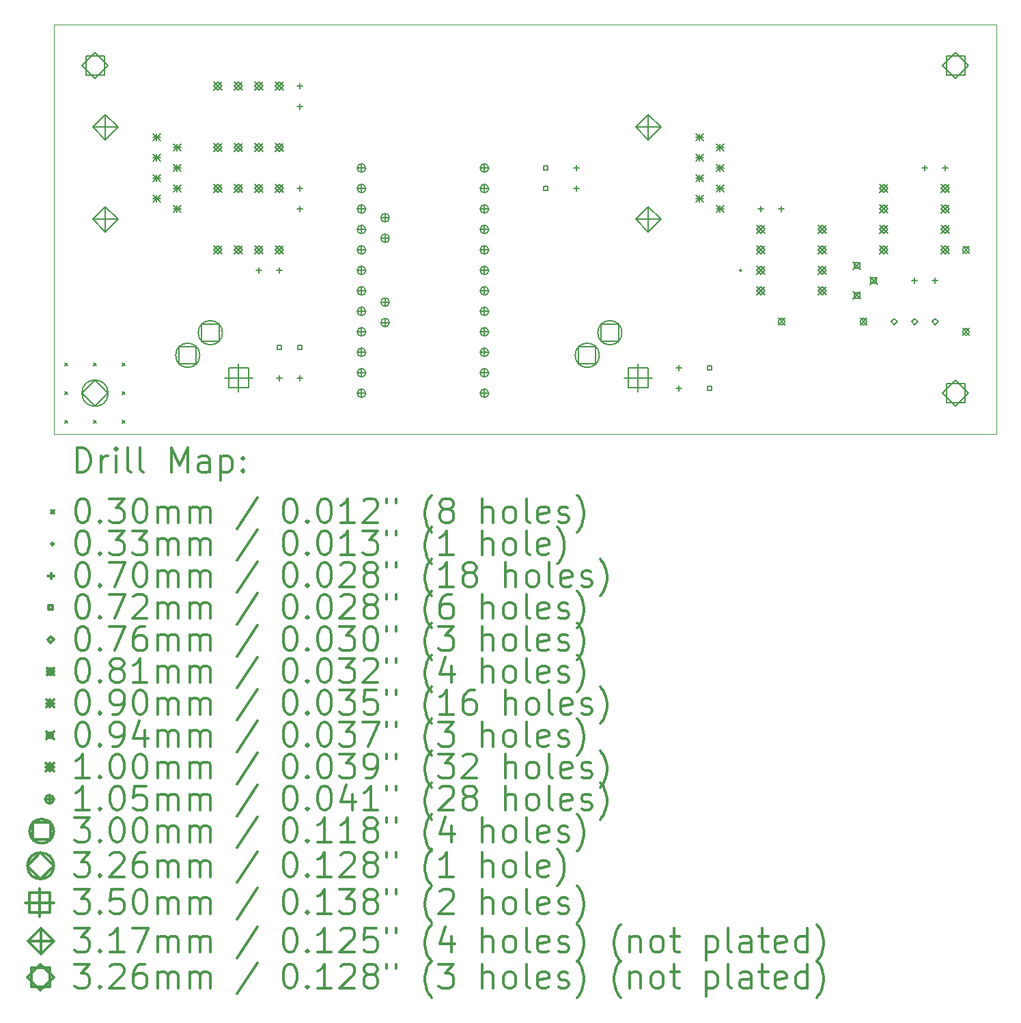
<source format=gbr>
%FSLAX45Y45*%
G04 Gerber Fmt 4.5, Leading zero omitted, Abs format (unit mm)*
G04 Created by KiCad (PCBNEW (5.0.0-rc2-100-g6d77e594b)) date 06/08/18 00:04:44*
%MOMM*%
%LPD*%
G01*
G04 APERTURE LIST*
%ADD10C,0.100000*%
%ADD11C,0.200000*%
%ADD12C,0.300000*%
G04 APERTURE END LIST*
D10*
X7621539Y-12700527D02*
X19305539Y-12700527D01*
X7621539Y-12700527D02*
X7621539Y-7620527D01*
X19305539Y-12700527D02*
X19305539Y-7620527D01*
X19305539Y-7620527D02*
X7621539Y-7620527D01*
D11*
X7757160Y-11821160D02*
X7787640Y-11851640D01*
X7787640Y-11821160D02*
X7757160Y-11851640D01*
X7757160Y-12176760D02*
X7787640Y-12207240D01*
X7787640Y-12176760D02*
X7757160Y-12207240D01*
X7757160Y-12532360D02*
X7787640Y-12562840D01*
X7787640Y-12532360D02*
X7757160Y-12562840D01*
X8112760Y-11821160D02*
X8143240Y-11851640D01*
X8143240Y-11821160D02*
X8112760Y-11851640D01*
X8112760Y-12532360D02*
X8143240Y-12562840D01*
X8143240Y-12532360D02*
X8112760Y-12562840D01*
X8468360Y-11821160D02*
X8498840Y-11851640D01*
X8498840Y-11821160D02*
X8468360Y-11851640D01*
X8468360Y-12176760D02*
X8498840Y-12207240D01*
X8498840Y-12176760D02*
X8468360Y-12207240D01*
X8468360Y-12532360D02*
X8498840Y-12562840D01*
X8498840Y-12532360D02*
X8468360Y-12562840D01*
X16146037Y-10668527D02*
G75*
G03X16146037Y-10668527I-16510J0D01*
G01*
X10669539Y-8347475D02*
X10669539Y-8417579D01*
X10634487Y-8382527D02*
X10704591Y-8382527D01*
X10669539Y-8601475D02*
X10669539Y-8671579D01*
X10634487Y-8636527D02*
X10704591Y-8636527D01*
X10669539Y-9617475D02*
X10669539Y-9687579D01*
X10634487Y-9652527D02*
X10704591Y-9652527D01*
X10669539Y-9871475D02*
X10669539Y-9941579D01*
X10634487Y-9906527D02*
X10704591Y-9906527D01*
X15368539Y-11839975D02*
X15368539Y-11910079D01*
X15333487Y-11875027D02*
X15403591Y-11875027D01*
X15368539Y-12093975D02*
X15368539Y-12164079D01*
X15333487Y-12129027D02*
X15403591Y-12129027D01*
X16384539Y-9871475D02*
X16384539Y-9941579D01*
X16349487Y-9906527D02*
X16419591Y-9906527D01*
X16638539Y-9871475D02*
X16638539Y-9941579D01*
X16603487Y-9906527D02*
X16673591Y-9906527D01*
X10161539Y-10633475D02*
X10161539Y-10703579D01*
X10126487Y-10668527D02*
X10196591Y-10668527D01*
X10415539Y-10633475D02*
X10415539Y-10703579D01*
X10380487Y-10668527D02*
X10450591Y-10668527D01*
X18416539Y-9363475D02*
X18416539Y-9433579D01*
X18381487Y-9398527D02*
X18451591Y-9398527D01*
X18670539Y-9363475D02*
X18670539Y-9433579D01*
X18635487Y-9398527D02*
X18705591Y-9398527D01*
X10415539Y-11966975D02*
X10415539Y-12037079D01*
X10380487Y-12002027D02*
X10450591Y-12002027D01*
X10669539Y-11966975D02*
X10669539Y-12037079D01*
X10634487Y-12002027D02*
X10704591Y-12002027D01*
X14098539Y-9363475D02*
X14098539Y-9433579D01*
X14063487Y-9398527D02*
X14133591Y-9398527D01*
X14098539Y-9617475D02*
X14098539Y-9687579D01*
X14063487Y-9652527D02*
X14133591Y-9652527D01*
X18289539Y-10760475D02*
X18289539Y-10830579D01*
X18254487Y-10795527D02*
X18324591Y-10795527D01*
X18543539Y-10760475D02*
X18543539Y-10830579D01*
X18508487Y-10795527D02*
X18578591Y-10795527D01*
X10440995Y-11646483D02*
X10440995Y-11595571D01*
X10390083Y-11595571D01*
X10390083Y-11646483D01*
X10440995Y-11646483D01*
X10694995Y-11646483D02*
X10694995Y-11595571D01*
X10644083Y-11595571D01*
X10644083Y-11646483D01*
X10694995Y-11646483D01*
X15774995Y-11900483D02*
X15774995Y-11849571D01*
X15724083Y-11849571D01*
X15724083Y-11900483D01*
X15774995Y-11900483D01*
X15774995Y-12154483D02*
X15774995Y-12103571D01*
X15724083Y-12103571D01*
X15724083Y-12154483D01*
X15774995Y-12154483D01*
X13742995Y-9423983D02*
X13742995Y-9373071D01*
X13692083Y-9373071D01*
X13692083Y-9423983D01*
X13742995Y-9423983D01*
X13742995Y-9677983D02*
X13742995Y-9627071D01*
X13692083Y-9627071D01*
X13692083Y-9677983D01*
X13742995Y-9677983D01*
X18035539Y-11341527D02*
X18073539Y-11303527D01*
X18035539Y-11265527D01*
X17997539Y-11303527D01*
X18035539Y-11341527D01*
X18289539Y-11341527D02*
X18327539Y-11303527D01*
X18289539Y-11265527D01*
X18251539Y-11303527D01*
X18289539Y-11341527D01*
X18543539Y-11341527D02*
X18581539Y-11303527D01*
X18543539Y-11265527D01*
X18505539Y-11303527D01*
X18543539Y-11341527D01*
X16597899Y-11262887D02*
X16679179Y-11344167D01*
X16679179Y-11262887D02*
X16597899Y-11344167D01*
X16679179Y-11303527D02*
G75*
G03X16679179Y-11303527I-40640J0D01*
G01*
X17613899Y-11262887D02*
X17695179Y-11344167D01*
X17695179Y-11262887D02*
X17613899Y-11344167D01*
X17695179Y-11303527D02*
G75*
G03X17695179Y-11303527I-40640J0D01*
G01*
X18883899Y-10373887D02*
X18965179Y-10455167D01*
X18965179Y-10373887D02*
X18883899Y-10455167D01*
X18965179Y-10414527D02*
G75*
G03X18965179Y-10414527I-40640J0D01*
G01*
X18883899Y-11389887D02*
X18965179Y-11471167D01*
X18965179Y-11389887D02*
X18883899Y-11471167D01*
X18965179Y-11430527D02*
G75*
G03X18965179Y-11430527I-40640J0D01*
G01*
X15577539Y-8972527D02*
X15667539Y-9062527D01*
X15667539Y-8972527D02*
X15577539Y-9062527D01*
X15622539Y-8972527D02*
X15622539Y-9062527D01*
X15577539Y-9017527D02*
X15667539Y-9017527D01*
X15577539Y-9226527D02*
X15667539Y-9316527D01*
X15667539Y-9226527D02*
X15577539Y-9316527D01*
X15622539Y-9226527D02*
X15622539Y-9316527D01*
X15577539Y-9271527D02*
X15667539Y-9271527D01*
X15577539Y-9480527D02*
X15667539Y-9570527D01*
X15667539Y-9480527D02*
X15577539Y-9570527D01*
X15622539Y-9480527D02*
X15622539Y-9570527D01*
X15577539Y-9525527D02*
X15667539Y-9525527D01*
X15577539Y-9734527D02*
X15667539Y-9824527D01*
X15667539Y-9734527D02*
X15577539Y-9824527D01*
X15622539Y-9734527D02*
X15622539Y-9824527D01*
X15577539Y-9779527D02*
X15667539Y-9779527D01*
X15831539Y-9099527D02*
X15921539Y-9189527D01*
X15921539Y-9099527D02*
X15831539Y-9189527D01*
X15876539Y-9099527D02*
X15876539Y-9189527D01*
X15831539Y-9144527D02*
X15921539Y-9144527D01*
X15831539Y-9353527D02*
X15921539Y-9443527D01*
X15921539Y-9353527D02*
X15831539Y-9443527D01*
X15876539Y-9353527D02*
X15876539Y-9443527D01*
X15831539Y-9398527D02*
X15921539Y-9398527D01*
X15831539Y-9607527D02*
X15921539Y-9697527D01*
X15921539Y-9607527D02*
X15831539Y-9697527D01*
X15876539Y-9607527D02*
X15876539Y-9697527D01*
X15831539Y-9652527D02*
X15921539Y-9652527D01*
X15831539Y-9861527D02*
X15921539Y-9951527D01*
X15921539Y-9861527D02*
X15831539Y-9951527D01*
X15876539Y-9861527D02*
X15876539Y-9951527D01*
X15831539Y-9906527D02*
X15921539Y-9906527D01*
X8846539Y-8972527D02*
X8936539Y-9062527D01*
X8936539Y-8972527D02*
X8846539Y-9062527D01*
X8891539Y-8972527D02*
X8891539Y-9062527D01*
X8846539Y-9017527D02*
X8936539Y-9017527D01*
X8846539Y-9226527D02*
X8936539Y-9316527D01*
X8936539Y-9226527D02*
X8846539Y-9316527D01*
X8891539Y-9226527D02*
X8891539Y-9316527D01*
X8846539Y-9271527D02*
X8936539Y-9271527D01*
X8846539Y-9480527D02*
X8936539Y-9570527D01*
X8936539Y-9480527D02*
X8846539Y-9570527D01*
X8891539Y-9480527D02*
X8891539Y-9570527D01*
X8846539Y-9525527D02*
X8936539Y-9525527D01*
X8846539Y-9734527D02*
X8936539Y-9824527D01*
X8936539Y-9734527D02*
X8846539Y-9824527D01*
X8891539Y-9734527D02*
X8891539Y-9824527D01*
X8846539Y-9779527D02*
X8936539Y-9779527D01*
X9100539Y-9099527D02*
X9190539Y-9189527D01*
X9190539Y-9099527D02*
X9100539Y-9189527D01*
X9145539Y-9099527D02*
X9145539Y-9189527D01*
X9100539Y-9144527D02*
X9190539Y-9144527D01*
X9100539Y-9353527D02*
X9190539Y-9443527D01*
X9190539Y-9353527D02*
X9100539Y-9443527D01*
X9145539Y-9353527D02*
X9145539Y-9443527D01*
X9100539Y-9398527D02*
X9190539Y-9398527D01*
X9100539Y-9607527D02*
X9190539Y-9697527D01*
X9190539Y-9607527D02*
X9100539Y-9697527D01*
X9145539Y-9607527D02*
X9145539Y-9697527D01*
X9100539Y-9652527D02*
X9190539Y-9652527D01*
X9100539Y-9861527D02*
X9190539Y-9951527D01*
X9190539Y-9861527D02*
X9100539Y-9951527D01*
X9145539Y-9861527D02*
X9145539Y-9951527D01*
X9100539Y-9906527D02*
X9190539Y-9906527D01*
X17527514Y-10564377D02*
X17621514Y-10658377D01*
X17621514Y-10564377D02*
X17527514Y-10658377D01*
X17607748Y-10644611D02*
X17607748Y-10578143D01*
X17541280Y-10578143D01*
X17541280Y-10644611D01*
X17607748Y-10644611D01*
X17527514Y-10932677D02*
X17621514Y-11026677D01*
X17621514Y-10932677D02*
X17527514Y-11026677D01*
X17607748Y-11012911D02*
X17607748Y-10946443D01*
X17541280Y-10946443D01*
X17541280Y-11012911D01*
X17607748Y-11012911D01*
X17734539Y-10748527D02*
X17828539Y-10842527D01*
X17828539Y-10748527D02*
X17734539Y-10842527D01*
X17814773Y-10828761D02*
X17814773Y-10762293D01*
X17748305Y-10762293D01*
X17748305Y-10828761D01*
X17814773Y-10828761D01*
X9603539Y-8332527D02*
X9703539Y-8432527D01*
X9703539Y-8332527D02*
X9603539Y-8432527D01*
X9653539Y-8432527D02*
X9703539Y-8382527D01*
X9653539Y-8332527D01*
X9603539Y-8382527D01*
X9653539Y-8432527D01*
X9603539Y-9094527D02*
X9703539Y-9194527D01*
X9703539Y-9094527D02*
X9603539Y-9194527D01*
X9653539Y-9194527D02*
X9703539Y-9144527D01*
X9653539Y-9094527D01*
X9603539Y-9144527D01*
X9653539Y-9194527D01*
X9857539Y-8332527D02*
X9957539Y-8432527D01*
X9957539Y-8332527D02*
X9857539Y-8432527D01*
X9907539Y-8432527D02*
X9957539Y-8382527D01*
X9907539Y-8332527D01*
X9857539Y-8382527D01*
X9907539Y-8432527D01*
X9857539Y-9094527D02*
X9957539Y-9194527D01*
X9957539Y-9094527D02*
X9857539Y-9194527D01*
X9907539Y-9194527D02*
X9957539Y-9144527D01*
X9907539Y-9094527D01*
X9857539Y-9144527D01*
X9907539Y-9194527D01*
X10111539Y-8332527D02*
X10211539Y-8432527D01*
X10211539Y-8332527D02*
X10111539Y-8432527D01*
X10161539Y-8432527D02*
X10211539Y-8382527D01*
X10161539Y-8332527D01*
X10111539Y-8382527D01*
X10161539Y-8432527D01*
X10111539Y-9094527D02*
X10211539Y-9194527D01*
X10211539Y-9094527D02*
X10111539Y-9194527D01*
X10161539Y-9194527D02*
X10211539Y-9144527D01*
X10161539Y-9094527D01*
X10111539Y-9144527D01*
X10161539Y-9194527D01*
X10365539Y-8332527D02*
X10465539Y-8432527D01*
X10465539Y-8332527D02*
X10365539Y-8432527D01*
X10415539Y-8432527D02*
X10465539Y-8382527D01*
X10415539Y-8332527D01*
X10365539Y-8382527D01*
X10415539Y-8432527D01*
X10365539Y-9094527D02*
X10465539Y-9194527D01*
X10465539Y-9094527D02*
X10365539Y-9194527D01*
X10415539Y-9194527D02*
X10465539Y-9144527D01*
X10415539Y-9094527D01*
X10365539Y-9144527D01*
X10415539Y-9194527D01*
X9603539Y-9602527D02*
X9703539Y-9702527D01*
X9703539Y-9602527D02*
X9603539Y-9702527D01*
X9653539Y-9702527D02*
X9703539Y-9652527D01*
X9653539Y-9602527D01*
X9603539Y-9652527D01*
X9653539Y-9702527D01*
X9603539Y-10364527D02*
X9703539Y-10464527D01*
X9703539Y-10364527D02*
X9603539Y-10464527D01*
X9653539Y-10464527D02*
X9703539Y-10414527D01*
X9653539Y-10364527D01*
X9603539Y-10414527D01*
X9653539Y-10464527D01*
X9857539Y-9602527D02*
X9957539Y-9702527D01*
X9957539Y-9602527D02*
X9857539Y-9702527D01*
X9907539Y-9702527D02*
X9957539Y-9652527D01*
X9907539Y-9602527D01*
X9857539Y-9652527D01*
X9907539Y-9702527D01*
X9857539Y-10364527D02*
X9957539Y-10464527D01*
X9957539Y-10364527D02*
X9857539Y-10464527D01*
X9907539Y-10464527D02*
X9957539Y-10414527D01*
X9907539Y-10364527D01*
X9857539Y-10414527D01*
X9907539Y-10464527D01*
X10111539Y-9602527D02*
X10211539Y-9702527D01*
X10211539Y-9602527D02*
X10111539Y-9702527D01*
X10161539Y-9702527D02*
X10211539Y-9652527D01*
X10161539Y-9602527D01*
X10111539Y-9652527D01*
X10161539Y-9702527D01*
X10111539Y-10364527D02*
X10211539Y-10464527D01*
X10211539Y-10364527D02*
X10111539Y-10464527D01*
X10161539Y-10464527D02*
X10211539Y-10414527D01*
X10161539Y-10364527D01*
X10111539Y-10414527D01*
X10161539Y-10464527D01*
X10365539Y-9602527D02*
X10465539Y-9702527D01*
X10465539Y-9602527D02*
X10365539Y-9702527D01*
X10415539Y-9702527D02*
X10465539Y-9652527D01*
X10415539Y-9602527D01*
X10365539Y-9652527D01*
X10415539Y-9702527D01*
X10365539Y-10364527D02*
X10465539Y-10464527D01*
X10465539Y-10364527D02*
X10365539Y-10464527D01*
X10415539Y-10464527D02*
X10465539Y-10414527D01*
X10415539Y-10364527D01*
X10365539Y-10414527D01*
X10415539Y-10464527D01*
X17858539Y-9602000D02*
X17958539Y-9702000D01*
X17958539Y-9602000D02*
X17858539Y-9702000D01*
X17908539Y-9702000D02*
X17958539Y-9652000D01*
X17908539Y-9602000D01*
X17858539Y-9652000D01*
X17908539Y-9702000D01*
X17858539Y-9856000D02*
X17958539Y-9956000D01*
X17958539Y-9856000D02*
X17858539Y-9956000D01*
X17908539Y-9956000D02*
X17958539Y-9906000D01*
X17908539Y-9856000D01*
X17858539Y-9906000D01*
X17908539Y-9956000D01*
X17858539Y-10110000D02*
X17958539Y-10210000D01*
X17958539Y-10110000D02*
X17858539Y-10210000D01*
X17908539Y-10210000D02*
X17958539Y-10160000D01*
X17908539Y-10110000D01*
X17858539Y-10160000D01*
X17908539Y-10210000D01*
X17858539Y-10364000D02*
X17958539Y-10464000D01*
X17958539Y-10364000D02*
X17858539Y-10464000D01*
X17908539Y-10464000D02*
X17958539Y-10414000D01*
X17908539Y-10364000D01*
X17858539Y-10414000D01*
X17908539Y-10464000D01*
X18620539Y-9602000D02*
X18720539Y-9702000D01*
X18720539Y-9602000D02*
X18620539Y-9702000D01*
X18670539Y-9702000D02*
X18720539Y-9652000D01*
X18670539Y-9602000D01*
X18620539Y-9652000D01*
X18670539Y-9702000D01*
X18620539Y-9856000D02*
X18720539Y-9956000D01*
X18720539Y-9856000D02*
X18620539Y-9956000D01*
X18670539Y-9956000D02*
X18720539Y-9906000D01*
X18670539Y-9856000D01*
X18620539Y-9906000D01*
X18670539Y-9956000D01*
X18620539Y-10110000D02*
X18720539Y-10210000D01*
X18720539Y-10110000D02*
X18620539Y-10210000D01*
X18670539Y-10210000D02*
X18720539Y-10160000D01*
X18670539Y-10110000D01*
X18620539Y-10160000D01*
X18670539Y-10210000D01*
X18620539Y-10364000D02*
X18720539Y-10464000D01*
X18720539Y-10364000D02*
X18620539Y-10464000D01*
X18670539Y-10464000D02*
X18720539Y-10414000D01*
X18670539Y-10364000D01*
X18620539Y-10414000D01*
X18670539Y-10464000D01*
X16334539Y-10110527D02*
X16434539Y-10210527D01*
X16434539Y-10110527D02*
X16334539Y-10210527D01*
X16384539Y-10210527D02*
X16434539Y-10160527D01*
X16384539Y-10110527D01*
X16334539Y-10160527D01*
X16384539Y-10210527D01*
X16334539Y-10364527D02*
X16434539Y-10464527D01*
X16434539Y-10364527D02*
X16334539Y-10464527D01*
X16384539Y-10464527D02*
X16434539Y-10414527D01*
X16384539Y-10364527D01*
X16334539Y-10414527D01*
X16384539Y-10464527D01*
X16334539Y-10618527D02*
X16434539Y-10718527D01*
X16434539Y-10618527D02*
X16334539Y-10718527D01*
X16384539Y-10718527D02*
X16434539Y-10668527D01*
X16384539Y-10618527D01*
X16334539Y-10668527D01*
X16384539Y-10718527D01*
X16334539Y-10872527D02*
X16434539Y-10972527D01*
X16434539Y-10872527D02*
X16334539Y-10972527D01*
X16384539Y-10972527D02*
X16434539Y-10922527D01*
X16384539Y-10872527D01*
X16334539Y-10922527D01*
X16384539Y-10972527D01*
X17096539Y-10110527D02*
X17196539Y-10210527D01*
X17196539Y-10110527D02*
X17096539Y-10210527D01*
X17146539Y-10210527D02*
X17196539Y-10160527D01*
X17146539Y-10110527D01*
X17096539Y-10160527D01*
X17146539Y-10210527D01*
X17096539Y-10364527D02*
X17196539Y-10464527D01*
X17196539Y-10364527D02*
X17096539Y-10464527D01*
X17146539Y-10464527D02*
X17196539Y-10414527D01*
X17146539Y-10364527D01*
X17096539Y-10414527D01*
X17146539Y-10464527D01*
X17096539Y-10618527D02*
X17196539Y-10718527D01*
X17196539Y-10618527D02*
X17096539Y-10718527D01*
X17146539Y-10718527D02*
X17196539Y-10668527D01*
X17146539Y-10618527D01*
X17096539Y-10668527D01*
X17146539Y-10718527D01*
X17096539Y-10872527D02*
X17196539Y-10972527D01*
X17196539Y-10872527D02*
X17096539Y-10972527D01*
X17146539Y-10972527D02*
X17196539Y-10922527D01*
X17146539Y-10872527D01*
X17096539Y-10922527D01*
X17146539Y-10972527D01*
X11431539Y-9346027D02*
X11431539Y-9451027D01*
X11379039Y-9398527D02*
X11484039Y-9398527D01*
X11484039Y-9398527D02*
G75*
G03X11484039Y-9398527I-52500J0D01*
G01*
X11431539Y-9600027D02*
X11431539Y-9705027D01*
X11379039Y-9652527D02*
X11484039Y-9652527D01*
X11484039Y-9652527D02*
G75*
G03X11484039Y-9652527I-52500J0D01*
G01*
X11431539Y-9854027D02*
X11431539Y-9959027D01*
X11379039Y-9906527D02*
X11484039Y-9906527D01*
X11484039Y-9906527D02*
G75*
G03X11484039Y-9906527I-52500J0D01*
G01*
X11431539Y-10108027D02*
X11431539Y-10213027D01*
X11379039Y-10160527D02*
X11484039Y-10160527D01*
X11484039Y-10160527D02*
G75*
G03X11484039Y-10160527I-52500J0D01*
G01*
X11431539Y-10362027D02*
X11431539Y-10467027D01*
X11379039Y-10414527D02*
X11484039Y-10414527D01*
X11484039Y-10414527D02*
G75*
G03X11484039Y-10414527I-52500J0D01*
G01*
X11431539Y-10616027D02*
X11431539Y-10721027D01*
X11379039Y-10668527D02*
X11484039Y-10668527D01*
X11484039Y-10668527D02*
G75*
G03X11484039Y-10668527I-52500J0D01*
G01*
X11431539Y-10870027D02*
X11431539Y-10975027D01*
X11379039Y-10922527D02*
X11484039Y-10922527D01*
X11484039Y-10922527D02*
G75*
G03X11484039Y-10922527I-52500J0D01*
G01*
X11431539Y-11124027D02*
X11431539Y-11229027D01*
X11379039Y-11176527D02*
X11484039Y-11176527D01*
X11484039Y-11176527D02*
G75*
G03X11484039Y-11176527I-52500J0D01*
G01*
X11431539Y-11378027D02*
X11431539Y-11483027D01*
X11379039Y-11430527D02*
X11484039Y-11430527D01*
X11484039Y-11430527D02*
G75*
G03X11484039Y-11430527I-52500J0D01*
G01*
X11431539Y-11632027D02*
X11431539Y-11737027D01*
X11379039Y-11684527D02*
X11484039Y-11684527D01*
X11484039Y-11684527D02*
G75*
G03X11484039Y-11684527I-52500J0D01*
G01*
X11431539Y-11886027D02*
X11431539Y-11991027D01*
X11379039Y-11938527D02*
X11484039Y-11938527D01*
X11484039Y-11938527D02*
G75*
G03X11484039Y-11938527I-52500J0D01*
G01*
X11431539Y-12140027D02*
X11431539Y-12245027D01*
X11379039Y-12192527D02*
X11484039Y-12192527D01*
X11484039Y-12192527D02*
G75*
G03X11484039Y-12192527I-52500J0D01*
G01*
X11723639Y-9963247D02*
X11723639Y-10068247D01*
X11671139Y-10015747D02*
X11776139Y-10015747D01*
X11776139Y-10015747D02*
G75*
G03X11776139Y-10015747I-52500J0D01*
G01*
X11723639Y-10217247D02*
X11723639Y-10322247D01*
X11671139Y-10269747D02*
X11776139Y-10269747D01*
X11776139Y-10269747D02*
G75*
G03X11776139Y-10269747I-52500J0D01*
G01*
X11723639Y-11009727D02*
X11723639Y-11114727D01*
X11671139Y-11062227D02*
X11776139Y-11062227D01*
X11776139Y-11062227D02*
G75*
G03X11776139Y-11062227I-52500J0D01*
G01*
X11723639Y-11263727D02*
X11723639Y-11368727D01*
X11671139Y-11316227D02*
X11776139Y-11316227D01*
X11776139Y-11316227D02*
G75*
G03X11776139Y-11316227I-52500J0D01*
G01*
X12955539Y-9346027D02*
X12955539Y-9451027D01*
X12903039Y-9398527D02*
X13008039Y-9398527D01*
X13008039Y-9398527D02*
G75*
G03X13008039Y-9398527I-52500J0D01*
G01*
X12955539Y-9600027D02*
X12955539Y-9705027D01*
X12903039Y-9652527D02*
X13008039Y-9652527D01*
X13008039Y-9652527D02*
G75*
G03X13008039Y-9652527I-52500J0D01*
G01*
X12955539Y-9854027D02*
X12955539Y-9959027D01*
X12903039Y-9906527D02*
X13008039Y-9906527D01*
X13008039Y-9906527D02*
G75*
G03X13008039Y-9906527I-52500J0D01*
G01*
X12955539Y-10108027D02*
X12955539Y-10213027D01*
X12903039Y-10160527D02*
X13008039Y-10160527D01*
X13008039Y-10160527D02*
G75*
G03X13008039Y-10160527I-52500J0D01*
G01*
X12955539Y-10362027D02*
X12955539Y-10467027D01*
X12903039Y-10414527D02*
X13008039Y-10414527D01*
X13008039Y-10414527D02*
G75*
G03X13008039Y-10414527I-52500J0D01*
G01*
X12955539Y-10616027D02*
X12955539Y-10721027D01*
X12903039Y-10668527D02*
X13008039Y-10668527D01*
X13008039Y-10668527D02*
G75*
G03X13008039Y-10668527I-52500J0D01*
G01*
X12955539Y-10870027D02*
X12955539Y-10975027D01*
X12903039Y-10922527D02*
X13008039Y-10922527D01*
X13008039Y-10922527D02*
G75*
G03X13008039Y-10922527I-52500J0D01*
G01*
X12955539Y-11124027D02*
X12955539Y-11229027D01*
X12903039Y-11176527D02*
X13008039Y-11176527D01*
X13008039Y-11176527D02*
G75*
G03X13008039Y-11176527I-52500J0D01*
G01*
X12955539Y-11378027D02*
X12955539Y-11483027D01*
X12903039Y-11430527D02*
X13008039Y-11430527D01*
X13008039Y-11430527D02*
G75*
G03X13008039Y-11430527I-52500J0D01*
G01*
X12955539Y-11632027D02*
X12955539Y-11737027D01*
X12903039Y-11684527D02*
X13008039Y-11684527D01*
X13008039Y-11684527D02*
G75*
G03X13008039Y-11684527I-52500J0D01*
G01*
X12955539Y-11886027D02*
X12955539Y-11991027D01*
X12903039Y-11938527D02*
X13008039Y-11938527D01*
X13008039Y-11938527D02*
G75*
G03X13008039Y-11938527I-52500J0D01*
G01*
X12955539Y-12140027D02*
X12955539Y-12245027D01*
X12903039Y-12192527D02*
X13008039Y-12192527D01*
X13008039Y-12192527D02*
G75*
G03X13008039Y-12192527I-52500J0D01*
G01*
X14336606Y-11828094D02*
X14336606Y-11615960D01*
X14124472Y-11615960D01*
X14124472Y-11828094D01*
X14336606Y-11828094D01*
X14380539Y-11722027D02*
G75*
G03X14380539Y-11722027I-150000J0D01*
G01*
X14616606Y-11548094D02*
X14616606Y-11335960D01*
X14404472Y-11335960D01*
X14404472Y-11548094D01*
X14616606Y-11548094D01*
X14660539Y-11442027D02*
G75*
G03X14660539Y-11442027I-150000J0D01*
G01*
X9383606Y-11828094D02*
X9383606Y-11615960D01*
X9171472Y-11615960D01*
X9171472Y-11828094D01*
X9383606Y-11828094D01*
X9427539Y-11722027D02*
G75*
G03X9427539Y-11722027I-150000J0D01*
G01*
X9663606Y-11548094D02*
X9663606Y-11335960D01*
X9451472Y-11335960D01*
X9451472Y-11548094D01*
X9663606Y-11548094D01*
X9707539Y-11442027D02*
G75*
G03X9707539Y-11442027I-150000J0D01*
G01*
X8128000Y-12355000D02*
X8291000Y-12192000D01*
X8128000Y-12029000D01*
X7965000Y-12192000D01*
X8128000Y-12355000D01*
X8291000Y-12192000D02*
G75*
G03X8291000Y-12192000I-163000J0D01*
G01*
X14860539Y-11827027D02*
X14860539Y-12177027D01*
X14685539Y-12002027D02*
X15035539Y-12002027D01*
X14984284Y-12125772D02*
X14984284Y-11878282D01*
X14736794Y-11878282D01*
X14736794Y-12125772D01*
X14984284Y-12125772D01*
X9907539Y-11827027D02*
X9907539Y-12177027D01*
X9732539Y-12002027D02*
X10082539Y-12002027D01*
X10031284Y-12125772D02*
X10031284Y-11878282D01*
X9783794Y-11878282D01*
X9783794Y-12125772D01*
X10031284Y-12125772D01*
X14987539Y-8732527D02*
X14987539Y-9049527D01*
X14829039Y-8891027D02*
X15146039Y-8891027D01*
X14987539Y-9049527D02*
X15146039Y-8891027D01*
X14987539Y-8732527D01*
X14829039Y-8891027D01*
X14987539Y-9049527D01*
X14987539Y-9875527D02*
X14987539Y-10192527D01*
X14829039Y-10034027D02*
X15146039Y-10034027D01*
X14987539Y-10192527D02*
X15146039Y-10034027D01*
X14987539Y-9875527D01*
X14829039Y-10034027D01*
X14987539Y-10192527D01*
X8256539Y-8732527D02*
X8256539Y-9049527D01*
X8098039Y-8891027D02*
X8415039Y-8891027D01*
X8256539Y-9049527D02*
X8415039Y-8891027D01*
X8256539Y-8732527D01*
X8098039Y-8891027D01*
X8256539Y-9049527D01*
X8256539Y-9875527D02*
X8256539Y-10192527D01*
X8098039Y-10034027D02*
X8415039Y-10034027D01*
X8256539Y-10192527D02*
X8415039Y-10034027D01*
X8256539Y-9875527D01*
X8098039Y-10034027D01*
X8256539Y-10192527D01*
X18796000Y-12355000D02*
X18959000Y-12192000D01*
X18796000Y-12029000D01*
X18633000Y-12192000D01*
X18796000Y-12355000D01*
X18911260Y-12307259D02*
X18911260Y-12076740D01*
X18680741Y-12076740D01*
X18680741Y-12307259D01*
X18911260Y-12307259D01*
X8128000Y-8291000D02*
X8291000Y-8128000D01*
X8128000Y-7965000D01*
X7965000Y-8128000D01*
X8128000Y-8291000D01*
X8243259Y-8243259D02*
X8243259Y-8012740D01*
X8012740Y-8012740D01*
X8012740Y-8243259D01*
X8243259Y-8243259D01*
X18796000Y-8291000D02*
X18959000Y-8128000D01*
X18796000Y-7965000D01*
X18633000Y-8128000D01*
X18796000Y-8291000D01*
X18911260Y-8243259D02*
X18911260Y-8012740D01*
X18680741Y-8012740D01*
X18680741Y-8243259D01*
X18911260Y-8243259D01*
D12*
X7902967Y-13171241D02*
X7902967Y-12871241D01*
X7974396Y-12871241D01*
X8017253Y-12885527D01*
X8045825Y-12914098D01*
X8060110Y-12942670D01*
X8074396Y-12999813D01*
X8074396Y-13042670D01*
X8060110Y-13099813D01*
X8045825Y-13128384D01*
X8017253Y-13156956D01*
X7974396Y-13171241D01*
X7902967Y-13171241D01*
X8202967Y-13171241D02*
X8202967Y-12971241D01*
X8202967Y-13028384D02*
X8217253Y-12999813D01*
X8231539Y-12985527D01*
X8260110Y-12971241D01*
X8288682Y-12971241D01*
X8388682Y-13171241D02*
X8388682Y-12971241D01*
X8388682Y-12871241D02*
X8374396Y-12885527D01*
X8388682Y-12899813D01*
X8402967Y-12885527D01*
X8388682Y-12871241D01*
X8388682Y-12899813D01*
X8574396Y-13171241D02*
X8545825Y-13156956D01*
X8531539Y-13128384D01*
X8531539Y-12871241D01*
X8731539Y-13171241D02*
X8702967Y-13156956D01*
X8688682Y-13128384D01*
X8688682Y-12871241D01*
X9074396Y-13171241D02*
X9074396Y-12871241D01*
X9174396Y-13085527D01*
X9274396Y-12871241D01*
X9274396Y-13171241D01*
X9545825Y-13171241D02*
X9545825Y-13014098D01*
X9531539Y-12985527D01*
X9502967Y-12971241D01*
X9445825Y-12971241D01*
X9417253Y-12985527D01*
X9545825Y-13156956D02*
X9517253Y-13171241D01*
X9445825Y-13171241D01*
X9417253Y-13156956D01*
X9402967Y-13128384D01*
X9402967Y-13099813D01*
X9417253Y-13071241D01*
X9445825Y-13056956D01*
X9517253Y-13056956D01*
X9545825Y-13042670D01*
X9688682Y-12971241D02*
X9688682Y-13271241D01*
X9688682Y-12985527D02*
X9717253Y-12971241D01*
X9774396Y-12971241D01*
X9802967Y-12985527D01*
X9817253Y-12999813D01*
X9831539Y-13028384D01*
X9831539Y-13114098D01*
X9817253Y-13142670D01*
X9802967Y-13156956D01*
X9774396Y-13171241D01*
X9717253Y-13171241D01*
X9688682Y-13156956D01*
X9960110Y-13142670D02*
X9974396Y-13156956D01*
X9960110Y-13171241D01*
X9945825Y-13156956D01*
X9960110Y-13142670D01*
X9960110Y-13171241D01*
X9960110Y-12985527D02*
X9974396Y-12999813D01*
X9960110Y-13014098D01*
X9945825Y-12999813D01*
X9960110Y-12985527D01*
X9960110Y-13014098D01*
X7586059Y-13650287D02*
X7616539Y-13680767D01*
X7616539Y-13650287D02*
X7586059Y-13680767D01*
X7960110Y-13501241D02*
X7988682Y-13501241D01*
X8017253Y-13515527D01*
X8031539Y-13529813D01*
X8045825Y-13558384D01*
X8060110Y-13615527D01*
X8060110Y-13686956D01*
X8045825Y-13744098D01*
X8031539Y-13772670D01*
X8017253Y-13786956D01*
X7988682Y-13801241D01*
X7960110Y-13801241D01*
X7931539Y-13786956D01*
X7917253Y-13772670D01*
X7902967Y-13744098D01*
X7888682Y-13686956D01*
X7888682Y-13615527D01*
X7902967Y-13558384D01*
X7917253Y-13529813D01*
X7931539Y-13515527D01*
X7960110Y-13501241D01*
X8188682Y-13772670D02*
X8202967Y-13786956D01*
X8188682Y-13801241D01*
X8174396Y-13786956D01*
X8188682Y-13772670D01*
X8188682Y-13801241D01*
X8302967Y-13501241D02*
X8488682Y-13501241D01*
X8388682Y-13615527D01*
X8431539Y-13615527D01*
X8460110Y-13629813D01*
X8474396Y-13644098D01*
X8488682Y-13672670D01*
X8488682Y-13744098D01*
X8474396Y-13772670D01*
X8460110Y-13786956D01*
X8431539Y-13801241D01*
X8345825Y-13801241D01*
X8317253Y-13786956D01*
X8302967Y-13772670D01*
X8674396Y-13501241D02*
X8702967Y-13501241D01*
X8731539Y-13515527D01*
X8745825Y-13529813D01*
X8760110Y-13558384D01*
X8774396Y-13615527D01*
X8774396Y-13686956D01*
X8760110Y-13744098D01*
X8745825Y-13772670D01*
X8731539Y-13786956D01*
X8702967Y-13801241D01*
X8674396Y-13801241D01*
X8645825Y-13786956D01*
X8631539Y-13772670D01*
X8617253Y-13744098D01*
X8602967Y-13686956D01*
X8602967Y-13615527D01*
X8617253Y-13558384D01*
X8631539Y-13529813D01*
X8645825Y-13515527D01*
X8674396Y-13501241D01*
X8902967Y-13801241D02*
X8902967Y-13601241D01*
X8902967Y-13629813D02*
X8917253Y-13615527D01*
X8945825Y-13601241D01*
X8988682Y-13601241D01*
X9017253Y-13615527D01*
X9031539Y-13644098D01*
X9031539Y-13801241D01*
X9031539Y-13644098D02*
X9045825Y-13615527D01*
X9074396Y-13601241D01*
X9117253Y-13601241D01*
X9145825Y-13615527D01*
X9160110Y-13644098D01*
X9160110Y-13801241D01*
X9302967Y-13801241D02*
X9302967Y-13601241D01*
X9302967Y-13629813D02*
X9317253Y-13615527D01*
X9345825Y-13601241D01*
X9388682Y-13601241D01*
X9417253Y-13615527D01*
X9431539Y-13644098D01*
X9431539Y-13801241D01*
X9431539Y-13644098D02*
X9445825Y-13615527D01*
X9474396Y-13601241D01*
X9517253Y-13601241D01*
X9545825Y-13615527D01*
X9560110Y-13644098D01*
X9560110Y-13801241D01*
X10145825Y-13486956D02*
X9888682Y-13872670D01*
X10531539Y-13501241D02*
X10560110Y-13501241D01*
X10588682Y-13515527D01*
X10602967Y-13529813D01*
X10617253Y-13558384D01*
X10631539Y-13615527D01*
X10631539Y-13686956D01*
X10617253Y-13744098D01*
X10602967Y-13772670D01*
X10588682Y-13786956D01*
X10560110Y-13801241D01*
X10531539Y-13801241D01*
X10502967Y-13786956D01*
X10488682Y-13772670D01*
X10474396Y-13744098D01*
X10460110Y-13686956D01*
X10460110Y-13615527D01*
X10474396Y-13558384D01*
X10488682Y-13529813D01*
X10502967Y-13515527D01*
X10531539Y-13501241D01*
X10760110Y-13772670D02*
X10774396Y-13786956D01*
X10760110Y-13801241D01*
X10745825Y-13786956D01*
X10760110Y-13772670D01*
X10760110Y-13801241D01*
X10960110Y-13501241D02*
X10988682Y-13501241D01*
X11017253Y-13515527D01*
X11031539Y-13529813D01*
X11045825Y-13558384D01*
X11060110Y-13615527D01*
X11060110Y-13686956D01*
X11045825Y-13744098D01*
X11031539Y-13772670D01*
X11017253Y-13786956D01*
X10988682Y-13801241D01*
X10960110Y-13801241D01*
X10931539Y-13786956D01*
X10917253Y-13772670D01*
X10902967Y-13744098D01*
X10888682Y-13686956D01*
X10888682Y-13615527D01*
X10902967Y-13558384D01*
X10917253Y-13529813D01*
X10931539Y-13515527D01*
X10960110Y-13501241D01*
X11345825Y-13801241D02*
X11174396Y-13801241D01*
X11260110Y-13801241D02*
X11260110Y-13501241D01*
X11231539Y-13544098D01*
X11202967Y-13572670D01*
X11174396Y-13586956D01*
X11460110Y-13529813D02*
X11474396Y-13515527D01*
X11502967Y-13501241D01*
X11574396Y-13501241D01*
X11602967Y-13515527D01*
X11617253Y-13529813D01*
X11631539Y-13558384D01*
X11631539Y-13586956D01*
X11617253Y-13629813D01*
X11445825Y-13801241D01*
X11631539Y-13801241D01*
X11745825Y-13501241D02*
X11745825Y-13558384D01*
X11860110Y-13501241D02*
X11860110Y-13558384D01*
X12302967Y-13915527D02*
X12288682Y-13901241D01*
X12260110Y-13858384D01*
X12245825Y-13829813D01*
X12231539Y-13786956D01*
X12217253Y-13715527D01*
X12217253Y-13658384D01*
X12231539Y-13586956D01*
X12245825Y-13544098D01*
X12260110Y-13515527D01*
X12288682Y-13472670D01*
X12302967Y-13458384D01*
X12460110Y-13629813D02*
X12431539Y-13615527D01*
X12417253Y-13601241D01*
X12402967Y-13572670D01*
X12402967Y-13558384D01*
X12417253Y-13529813D01*
X12431539Y-13515527D01*
X12460110Y-13501241D01*
X12517253Y-13501241D01*
X12545825Y-13515527D01*
X12560110Y-13529813D01*
X12574396Y-13558384D01*
X12574396Y-13572670D01*
X12560110Y-13601241D01*
X12545825Y-13615527D01*
X12517253Y-13629813D01*
X12460110Y-13629813D01*
X12431539Y-13644098D01*
X12417253Y-13658384D01*
X12402967Y-13686956D01*
X12402967Y-13744098D01*
X12417253Y-13772670D01*
X12431539Y-13786956D01*
X12460110Y-13801241D01*
X12517253Y-13801241D01*
X12545825Y-13786956D01*
X12560110Y-13772670D01*
X12574396Y-13744098D01*
X12574396Y-13686956D01*
X12560110Y-13658384D01*
X12545825Y-13644098D01*
X12517253Y-13629813D01*
X12931539Y-13801241D02*
X12931539Y-13501241D01*
X13060110Y-13801241D02*
X13060110Y-13644098D01*
X13045825Y-13615527D01*
X13017253Y-13601241D01*
X12974396Y-13601241D01*
X12945825Y-13615527D01*
X12931539Y-13629813D01*
X13245825Y-13801241D02*
X13217253Y-13786956D01*
X13202967Y-13772670D01*
X13188682Y-13744098D01*
X13188682Y-13658384D01*
X13202967Y-13629813D01*
X13217253Y-13615527D01*
X13245825Y-13601241D01*
X13288682Y-13601241D01*
X13317253Y-13615527D01*
X13331539Y-13629813D01*
X13345825Y-13658384D01*
X13345825Y-13744098D01*
X13331539Y-13772670D01*
X13317253Y-13786956D01*
X13288682Y-13801241D01*
X13245825Y-13801241D01*
X13517253Y-13801241D02*
X13488682Y-13786956D01*
X13474396Y-13758384D01*
X13474396Y-13501241D01*
X13745825Y-13786956D02*
X13717253Y-13801241D01*
X13660110Y-13801241D01*
X13631539Y-13786956D01*
X13617253Y-13758384D01*
X13617253Y-13644098D01*
X13631539Y-13615527D01*
X13660110Y-13601241D01*
X13717253Y-13601241D01*
X13745825Y-13615527D01*
X13760110Y-13644098D01*
X13760110Y-13672670D01*
X13617253Y-13701241D01*
X13874396Y-13786956D02*
X13902967Y-13801241D01*
X13960110Y-13801241D01*
X13988682Y-13786956D01*
X14002967Y-13758384D01*
X14002967Y-13744098D01*
X13988682Y-13715527D01*
X13960110Y-13701241D01*
X13917253Y-13701241D01*
X13888682Y-13686956D01*
X13874396Y-13658384D01*
X13874396Y-13644098D01*
X13888682Y-13615527D01*
X13917253Y-13601241D01*
X13960110Y-13601241D01*
X13988682Y-13615527D01*
X14102967Y-13915527D02*
X14117253Y-13901241D01*
X14145825Y-13858384D01*
X14160110Y-13829813D01*
X14174396Y-13786956D01*
X14188682Y-13715527D01*
X14188682Y-13658384D01*
X14174396Y-13586956D01*
X14160110Y-13544098D01*
X14145825Y-13515527D01*
X14117253Y-13472670D01*
X14102967Y-13458384D01*
X7616539Y-14061527D02*
G75*
G03X7616539Y-14061527I-16510J0D01*
G01*
X7960110Y-13897241D02*
X7988682Y-13897241D01*
X8017253Y-13911527D01*
X8031539Y-13925813D01*
X8045825Y-13954384D01*
X8060110Y-14011527D01*
X8060110Y-14082956D01*
X8045825Y-14140098D01*
X8031539Y-14168670D01*
X8017253Y-14182956D01*
X7988682Y-14197241D01*
X7960110Y-14197241D01*
X7931539Y-14182956D01*
X7917253Y-14168670D01*
X7902967Y-14140098D01*
X7888682Y-14082956D01*
X7888682Y-14011527D01*
X7902967Y-13954384D01*
X7917253Y-13925813D01*
X7931539Y-13911527D01*
X7960110Y-13897241D01*
X8188682Y-14168670D02*
X8202967Y-14182956D01*
X8188682Y-14197241D01*
X8174396Y-14182956D01*
X8188682Y-14168670D01*
X8188682Y-14197241D01*
X8302967Y-13897241D02*
X8488682Y-13897241D01*
X8388682Y-14011527D01*
X8431539Y-14011527D01*
X8460110Y-14025813D01*
X8474396Y-14040098D01*
X8488682Y-14068670D01*
X8488682Y-14140098D01*
X8474396Y-14168670D01*
X8460110Y-14182956D01*
X8431539Y-14197241D01*
X8345825Y-14197241D01*
X8317253Y-14182956D01*
X8302967Y-14168670D01*
X8588682Y-13897241D02*
X8774396Y-13897241D01*
X8674396Y-14011527D01*
X8717253Y-14011527D01*
X8745825Y-14025813D01*
X8760110Y-14040098D01*
X8774396Y-14068670D01*
X8774396Y-14140098D01*
X8760110Y-14168670D01*
X8745825Y-14182956D01*
X8717253Y-14197241D01*
X8631539Y-14197241D01*
X8602967Y-14182956D01*
X8588682Y-14168670D01*
X8902967Y-14197241D02*
X8902967Y-13997241D01*
X8902967Y-14025813D02*
X8917253Y-14011527D01*
X8945825Y-13997241D01*
X8988682Y-13997241D01*
X9017253Y-14011527D01*
X9031539Y-14040098D01*
X9031539Y-14197241D01*
X9031539Y-14040098D02*
X9045825Y-14011527D01*
X9074396Y-13997241D01*
X9117253Y-13997241D01*
X9145825Y-14011527D01*
X9160110Y-14040098D01*
X9160110Y-14197241D01*
X9302967Y-14197241D02*
X9302967Y-13997241D01*
X9302967Y-14025813D02*
X9317253Y-14011527D01*
X9345825Y-13997241D01*
X9388682Y-13997241D01*
X9417253Y-14011527D01*
X9431539Y-14040098D01*
X9431539Y-14197241D01*
X9431539Y-14040098D02*
X9445825Y-14011527D01*
X9474396Y-13997241D01*
X9517253Y-13997241D01*
X9545825Y-14011527D01*
X9560110Y-14040098D01*
X9560110Y-14197241D01*
X10145825Y-13882956D02*
X9888682Y-14268670D01*
X10531539Y-13897241D02*
X10560110Y-13897241D01*
X10588682Y-13911527D01*
X10602967Y-13925813D01*
X10617253Y-13954384D01*
X10631539Y-14011527D01*
X10631539Y-14082956D01*
X10617253Y-14140098D01*
X10602967Y-14168670D01*
X10588682Y-14182956D01*
X10560110Y-14197241D01*
X10531539Y-14197241D01*
X10502967Y-14182956D01*
X10488682Y-14168670D01*
X10474396Y-14140098D01*
X10460110Y-14082956D01*
X10460110Y-14011527D01*
X10474396Y-13954384D01*
X10488682Y-13925813D01*
X10502967Y-13911527D01*
X10531539Y-13897241D01*
X10760110Y-14168670D02*
X10774396Y-14182956D01*
X10760110Y-14197241D01*
X10745825Y-14182956D01*
X10760110Y-14168670D01*
X10760110Y-14197241D01*
X10960110Y-13897241D02*
X10988682Y-13897241D01*
X11017253Y-13911527D01*
X11031539Y-13925813D01*
X11045825Y-13954384D01*
X11060110Y-14011527D01*
X11060110Y-14082956D01*
X11045825Y-14140098D01*
X11031539Y-14168670D01*
X11017253Y-14182956D01*
X10988682Y-14197241D01*
X10960110Y-14197241D01*
X10931539Y-14182956D01*
X10917253Y-14168670D01*
X10902967Y-14140098D01*
X10888682Y-14082956D01*
X10888682Y-14011527D01*
X10902967Y-13954384D01*
X10917253Y-13925813D01*
X10931539Y-13911527D01*
X10960110Y-13897241D01*
X11345825Y-14197241D02*
X11174396Y-14197241D01*
X11260110Y-14197241D02*
X11260110Y-13897241D01*
X11231539Y-13940098D01*
X11202967Y-13968670D01*
X11174396Y-13982956D01*
X11445825Y-13897241D02*
X11631539Y-13897241D01*
X11531539Y-14011527D01*
X11574396Y-14011527D01*
X11602967Y-14025813D01*
X11617253Y-14040098D01*
X11631539Y-14068670D01*
X11631539Y-14140098D01*
X11617253Y-14168670D01*
X11602967Y-14182956D01*
X11574396Y-14197241D01*
X11488682Y-14197241D01*
X11460110Y-14182956D01*
X11445825Y-14168670D01*
X11745825Y-13897241D02*
X11745825Y-13954384D01*
X11860110Y-13897241D02*
X11860110Y-13954384D01*
X12302967Y-14311527D02*
X12288682Y-14297241D01*
X12260110Y-14254384D01*
X12245825Y-14225813D01*
X12231539Y-14182956D01*
X12217253Y-14111527D01*
X12217253Y-14054384D01*
X12231539Y-13982956D01*
X12245825Y-13940098D01*
X12260110Y-13911527D01*
X12288682Y-13868670D01*
X12302967Y-13854384D01*
X12574396Y-14197241D02*
X12402967Y-14197241D01*
X12488682Y-14197241D02*
X12488682Y-13897241D01*
X12460110Y-13940098D01*
X12431539Y-13968670D01*
X12402967Y-13982956D01*
X12931539Y-14197241D02*
X12931539Y-13897241D01*
X13060110Y-14197241D02*
X13060110Y-14040098D01*
X13045825Y-14011527D01*
X13017253Y-13997241D01*
X12974396Y-13997241D01*
X12945825Y-14011527D01*
X12931539Y-14025813D01*
X13245825Y-14197241D02*
X13217253Y-14182956D01*
X13202967Y-14168670D01*
X13188682Y-14140098D01*
X13188682Y-14054384D01*
X13202967Y-14025813D01*
X13217253Y-14011527D01*
X13245825Y-13997241D01*
X13288682Y-13997241D01*
X13317253Y-14011527D01*
X13331539Y-14025813D01*
X13345825Y-14054384D01*
X13345825Y-14140098D01*
X13331539Y-14168670D01*
X13317253Y-14182956D01*
X13288682Y-14197241D01*
X13245825Y-14197241D01*
X13517253Y-14197241D02*
X13488682Y-14182956D01*
X13474396Y-14154384D01*
X13474396Y-13897241D01*
X13745825Y-14182956D02*
X13717253Y-14197241D01*
X13660110Y-14197241D01*
X13631539Y-14182956D01*
X13617253Y-14154384D01*
X13617253Y-14040098D01*
X13631539Y-14011527D01*
X13660110Y-13997241D01*
X13717253Y-13997241D01*
X13745825Y-14011527D01*
X13760110Y-14040098D01*
X13760110Y-14068670D01*
X13617253Y-14097241D01*
X13860110Y-14311527D02*
X13874396Y-14297241D01*
X13902967Y-14254384D01*
X13917253Y-14225813D01*
X13931539Y-14182956D01*
X13945825Y-14111527D01*
X13945825Y-14054384D01*
X13931539Y-13982956D01*
X13917253Y-13940098D01*
X13902967Y-13911527D01*
X13874396Y-13868670D01*
X13860110Y-13854384D01*
X7581487Y-14422475D02*
X7581487Y-14492579D01*
X7546435Y-14457527D02*
X7616539Y-14457527D01*
X7960110Y-14293241D02*
X7988682Y-14293241D01*
X8017253Y-14307527D01*
X8031539Y-14321813D01*
X8045825Y-14350384D01*
X8060110Y-14407527D01*
X8060110Y-14478956D01*
X8045825Y-14536098D01*
X8031539Y-14564670D01*
X8017253Y-14578956D01*
X7988682Y-14593241D01*
X7960110Y-14593241D01*
X7931539Y-14578956D01*
X7917253Y-14564670D01*
X7902967Y-14536098D01*
X7888682Y-14478956D01*
X7888682Y-14407527D01*
X7902967Y-14350384D01*
X7917253Y-14321813D01*
X7931539Y-14307527D01*
X7960110Y-14293241D01*
X8188682Y-14564670D02*
X8202967Y-14578956D01*
X8188682Y-14593241D01*
X8174396Y-14578956D01*
X8188682Y-14564670D01*
X8188682Y-14593241D01*
X8302967Y-14293241D02*
X8502967Y-14293241D01*
X8374396Y-14593241D01*
X8674396Y-14293241D02*
X8702967Y-14293241D01*
X8731539Y-14307527D01*
X8745825Y-14321813D01*
X8760110Y-14350384D01*
X8774396Y-14407527D01*
X8774396Y-14478956D01*
X8760110Y-14536098D01*
X8745825Y-14564670D01*
X8731539Y-14578956D01*
X8702967Y-14593241D01*
X8674396Y-14593241D01*
X8645825Y-14578956D01*
X8631539Y-14564670D01*
X8617253Y-14536098D01*
X8602967Y-14478956D01*
X8602967Y-14407527D01*
X8617253Y-14350384D01*
X8631539Y-14321813D01*
X8645825Y-14307527D01*
X8674396Y-14293241D01*
X8902967Y-14593241D02*
X8902967Y-14393241D01*
X8902967Y-14421813D02*
X8917253Y-14407527D01*
X8945825Y-14393241D01*
X8988682Y-14393241D01*
X9017253Y-14407527D01*
X9031539Y-14436098D01*
X9031539Y-14593241D01*
X9031539Y-14436098D02*
X9045825Y-14407527D01*
X9074396Y-14393241D01*
X9117253Y-14393241D01*
X9145825Y-14407527D01*
X9160110Y-14436098D01*
X9160110Y-14593241D01*
X9302967Y-14593241D02*
X9302967Y-14393241D01*
X9302967Y-14421813D02*
X9317253Y-14407527D01*
X9345825Y-14393241D01*
X9388682Y-14393241D01*
X9417253Y-14407527D01*
X9431539Y-14436098D01*
X9431539Y-14593241D01*
X9431539Y-14436098D02*
X9445825Y-14407527D01*
X9474396Y-14393241D01*
X9517253Y-14393241D01*
X9545825Y-14407527D01*
X9560110Y-14436098D01*
X9560110Y-14593241D01*
X10145825Y-14278956D02*
X9888682Y-14664670D01*
X10531539Y-14293241D02*
X10560110Y-14293241D01*
X10588682Y-14307527D01*
X10602967Y-14321813D01*
X10617253Y-14350384D01*
X10631539Y-14407527D01*
X10631539Y-14478956D01*
X10617253Y-14536098D01*
X10602967Y-14564670D01*
X10588682Y-14578956D01*
X10560110Y-14593241D01*
X10531539Y-14593241D01*
X10502967Y-14578956D01*
X10488682Y-14564670D01*
X10474396Y-14536098D01*
X10460110Y-14478956D01*
X10460110Y-14407527D01*
X10474396Y-14350384D01*
X10488682Y-14321813D01*
X10502967Y-14307527D01*
X10531539Y-14293241D01*
X10760110Y-14564670D02*
X10774396Y-14578956D01*
X10760110Y-14593241D01*
X10745825Y-14578956D01*
X10760110Y-14564670D01*
X10760110Y-14593241D01*
X10960110Y-14293241D02*
X10988682Y-14293241D01*
X11017253Y-14307527D01*
X11031539Y-14321813D01*
X11045825Y-14350384D01*
X11060110Y-14407527D01*
X11060110Y-14478956D01*
X11045825Y-14536098D01*
X11031539Y-14564670D01*
X11017253Y-14578956D01*
X10988682Y-14593241D01*
X10960110Y-14593241D01*
X10931539Y-14578956D01*
X10917253Y-14564670D01*
X10902967Y-14536098D01*
X10888682Y-14478956D01*
X10888682Y-14407527D01*
X10902967Y-14350384D01*
X10917253Y-14321813D01*
X10931539Y-14307527D01*
X10960110Y-14293241D01*
X11174396Y-14321813D02*
X11188682Y-14307527D01*
X11217253Y-14293241D01*
X11288682Y-14293241D01*
X11317253Y-14307527D01*
X11331539Y-14321813D01*
X11345825Y-14350384D01*
X11345825Y-14378956D01*
X11331539Y-14421813D01*
X11160110Y-14593241D01*
X11345825Y-14593241D01*
X11517253Y-14421813D02*
X11488682Y-14407527D01*
X11474396Y-14393241D01*
X11460110Y-14364670D01*
X11460110Y-14350384D01*
X11474396Y-14321813D01*
X11488682Y-14307527D01*
X11517253Y-14293241D01*
X11574396Y-14293241D01*
X11602967Y-14307527D01*
X11617253Y-14321813D01*
X11631539Y-14350384D01*
X11631539Y-14364670D01*
X11617253Y-14393241D01*
X11602967Y-14407527D01*
X11574396Y-14421813D01*
X11517253Y-14421813D01*
X11488682Y-14436098D01*
X11474396Y-14450384D01*
X11460110Y-14478956D01*
X11460110Y-14536098D01*
X11474396Y-14564670D01*
X11488682Y-14578956D01*
X11517253Y-14593241D01*
X11574396Y-14593241D01*
X11602967Y-14578956D01*
X11617253Y-14564670D01*
X11631539Y-14536098D01*
X11631539Y-14478956D01*
X11617253Y-14450384D01*
X11602967Y-14436098D01*
X11574396Y-14421813D01*
X11745825Y-14293241D02*
X11745825Y-14350384D01*
X11860110Y-14293241D02*
X11860110Y-14350384D01*
X12302967Y-14707527D02*
X12288682Y-14693241D01*
X12260110Y-14650384D01*
X12245825Y-14621813D01*
X12231539Y-14578956D01*
X12217253Y-14507527D01*
X12217253Y-14450384D01*
X12231539Y-14378956D01*
X12245825Y-14336098D01*
X12260110Y-14307527D01*
X12288682Y-14264670D01*
X12302967Y-14250384D01*
X12574396Y-14593241D02*
X12402967Y-14593241D01*
X12488682Y-14593241D02*
X12488682Y-14293241D01*
X12460110Y-14336098D01*
X12431539Y-14364670D01*
X12402967Y-14378956D01*
X12745825Y-14421813D02*
X12717253Y-14407527D01*
X12702967Y-14393241D01*
X12688682Y-14364670D01*
X12688682Y-14350384D01*
X12702967Y-14321813D01*
X12717253Y-14307527D01*
X12745825Y-14293241D01*
X12802967Y-14293241D01*
X12831539Y-14307527D01*
X12845825Y-14321813D01*
X12860110Y-14350384D01*
X12860110Y-14364670D01*
X12845825Y-14393241D01*
X12831539Y-14407527D01*
X12802967Y-14421813D01*
X12745825Y-14421813D01*
X12717253Y-14436098D01*
X12702967Y-14450384D01*
X12688682Y-14478956D01*
X12688682Y-14536098D01*
X12702967Y-14564670D01*
X12717253Y-14578956D01*
X12745825Y-14593241D01*
X12802967Y-14593241D01*
X12831539Y-14578956D01*
X12845825Y-14564670D01*
X12860110Y-14536098D01*
X12860110Y-14478956D01*
X12845825Y-14450384D01*
X12831539Y-14436098D01*
X12802967Y-14421813D01*
X13217253Y-14593241D02*
X13217253Y-14293241D01*
X13345825Y-14593241D02*
X13345825Y-14436098D01*
X13331539Y-14407527D01*
X13302967Y-14393241D01*
X13260110Y-14393241D01*
X13231539Y-14407527D01*
X13217253Y-14421813D01*
X13531539Y-14593241D02*
X13502967Y-14578956D01*
X13488682Y-14564670D01*
X13474396Y-14536098D01*
X13474396Y-14450384D01*
X13488682Y-14421813D01*
X13502967Y-14407527D01*
X13531539Y-14393241D01*
X13574396Y-14393241D01*
X13602967Y-14407527D01*
X13617253Y-14421813D01*
X13631539Y-14450384D01*
X13631539Y-14536098D01*
X13617253Y-14564670D01*
X13602967Y-14578956D01*
X13574396Y-14593241D01*
X13531539Y-14593241D01*
X13802967Y-14593241D02*
X13774396Y-14578956D01*
X13760110Y-14550384D01*
X13760110Y-14293241D01*
X14031539Y-14578956D02*
X14002967Y-14593241D01*
X13945825Y-14593241D01*
X13917253Y-14578956D01*
X13902967Y-14550384D01*
X13902967Y-14436098D01*
X13917253Y-14407527D01*
X13945825Y-14393241D01*
X14002967Y-14393241D01*
X14031539Y-14407527D01*
X14045825Y-14436098D01*
X14045825Y-14464670D01*
X13902967Y-14493241D01*
X14160110Y-14578956D02*
X14188682Y-14593241D01*
X14245825Y-14593241D01*
X14274396Y-14578956D01*
X14288682Y-14550384D01*
X14288682Y-14536098D01*
X14274396Y-14507527D01*
X14245825Y-14493241D01*
X14202967Y-14493241D01*
X14174396Y-14478956D01*
X14160110Y-14450384D01*
X14160110Y-14436098D01*
X14174396Y-14407527D01*
X14202967Y-14393241D01*
X14245825Y-14393241D01*
X14274396Y-14407527D01*
X14388682Y-14707527D02*
X14402967Y-14693241D01*
X14431539Y-14650384D01*
X14445825Y-14621813D01*
X14460110Y-14578956D01*
X14474396Y-14507527D01*
X14474396Y-14450384D01*
X14460110Y-14378956D01*
X14445825Y-14336098D01*
X14431539Y-14307527D01*
X14402967Y-14264670D01*
X14388682Y-14250384D01*
X7605995Y-14878983D02*
X7605995Y-14828071D01*
X7555083Y-14828071D01*
X7555083Y-14878983D01*
X7605995Y-14878983D01*
X7960110Y-14689241D02*
X7988682Y-14689241D01*
X8017253Y-14703527D01*
X8031539Y-14717813D01*
X8045825Y-14746384D01*
X8060110Y-14803527D01*
X8060110Y-14874956D01*
X8045825Y-14932098D01*
X8031539Y-14960670D01*
X8017253Y-14974956D01*
X7988682Y-14989241D01*
X7960110Y-14989241D01*
X7931539Y-14974956D01*
X7917253Y-14960670D01*
X7902967Y-14932098D01*
X7888682Y-14874956D01*
X7888682Y-14803527D01*
X7902967Y-14746384D01*
X7917253Y-14717813D01*
X7931539Y-14703527D01*
X7960110Y-14689241D01*
X8188682Y-14960670D02*
X8202967Y-14974956D01*
X8188682Y-14989241D01*
X8174396Y-14974956D01*
X8188682Y-14960670D01*
X8188682Y-14989241D01*
X8302967Y-14689241D02*
X8502967Y-14689241D01*
X8374396Y-14989241D01*
X8602967Y-14717813D02*
X8617253Y-14703527D01*
X8645825Y-14689241D01*
X8717253Y-14689241D01*
X8745825Y-14703527D01*
X8760110Y-14717813D01*
X8774396Y-14746384D01*
X8774396Y-14774956D01*
X8760110Y-14817813D01*
X8588682Y-14989241D01*
X8774396Y-14989241D01*
X8902967Y-14989241D02*
X8902967Y-14789241D01*
X8902967Y-14817813D02*
X8917253Y-14803527D01*
X8945825Y-14789241D01*
X8988682Y-14789241D01*
X9017253Y-14803527D01*
X9031539Y-14832098D01*
X9031539Y-14989241D01*
X9031539Y-14832098D02*
X9045825Y-14803527D01*
X9074396Y-14789241D01*
X9117253Y-14789241D01*
X9145825Y-14803527D01*
X9160110Y-14832098D01*
X9160110Y-14989241D01*
X9302967Y-14989241D02*
X9302967Y-14789241D01*
X9302967Y-14817813D02*
X9317253Y-14803527D01*
X9345825Y-14789241D01*
X9388682Y-14789241D01*
X9417253Y-14803527D01*
X9431539Y-14832098D01*
X9431539Y-14989241D01*
X9431539Y-14832098D02*
X9445825Y-14803527D01*
X9474396Y-14789241D01*
X9517253Y-14789241D01*
X9545825Y-14803527D01*
X9560110Y-14832098D01*
X9560110Y-14989241D01*
X10145825Y-14674956D02*
X9888682Y-15060670D01*
X10531539Y-14689241D02*
X10560110Y-14689241D01*
X10588682Y-14703527D01*
X10602967Y-14717813D01*
X10617253Y-14746384D01*
X10631539Y-14803527D01*
X10631539Y-14874956D01*
X10617253Y-14932098D01*
X10602967Y-14960670D01*
X10588682Y-14974956D01*
X10560110Y-14989241D01*
X10531539Y-14989241D01*
X10502967Y-14974956D01*
X10488682Y-14960670D01*
X10474396Y-14932098D01*
X10460110Y-14874956D01*
X10460110Y-14803527D01*
X10474396Y-14746384D01*
X10488682Y-14717813D01*
X10502967Y-14703527D01*
X10531539Y-14689241D01*
X10760110Y-14960670D02*
X10774396Y-14974956D01*
X10760110Y-14989241D01*
X10745825Y-14974956D01*
X10760110Y-14960670D01*
X10760110Y-14989241D01*
X10960110Y-14689241D02*
X10988682Y-14689241D01*
X11017253Y-14703527D01*
X11031539Y-14717813D01*
X11045825Y-14746384D01*
X11060110Y-14803527D01*
X11060110Y-14874956D01*
X11045825Y-14932098D01*
X11031539Y-14960670D01*
X11017253Y-14974956D01*
X10988682Y-14989241D01*
X10960110Y-14989241D01*
X10931539Y-14974956D01*
X10917253Y-14960670D01*
X10902967Y-14932098D01*
X10888682Y-14874956D01*
X10888682Y-14803527D01*
X10902967Y-14746384D01*
X10917253Y-14717813D01*
X10931539Y-14703527D01*
X10960110Y-14689241D01*
X11174396Y-14717813D02*
X11188682Y-14703527D01*
X11217253Y-14689241D01*
X11288682Y-14689241D01*
X11317253Y-14703527D01*
X11331539Y-14717813D01*
X11345825Y-14746384D01*
X11345825Y-14774956D01*
X11331539Y-14817813D01*
X11160110Y-14989241D01*
X11345825Y-14989241D01*
X11517253Y-14817813D02*
X11488682Y-14803527D01*
X11474396Y-14789241D01*
X11460110Y-14760670D01*
X11460110Y-14746384D01*
X11474396Y-14717813D01*
X11488682Y-14703527D01*
X11517253Y-14689241D01*
X11574396Y-14689241D01*
X11602967Y-14703527D01*
X11617253Y-14717813D01*
X11631539Y-14746384D01*
X11631539Y-14760670D01*
X11617253Y-14789241D01*
X11602967Y-14803527D01*
X11574396Y-14817813D01*
X11517253Y-14817813D01*
X11488682Y-14832098D01*
X11474396Y-14846384D01*
X11460110Y-14874956D01*
X11460110Y-14932098D01*
X11474396Y-14960670D01*
X11488682Y-14974956D01*
X11517253Y-14989241D01*
X11574396Y-14989241D01*
X11602967Y-14974956D01*
X11617253Y-14960670D01*
X11631539Y-14932098D01*
X11631539Y-14874956D01*
X11617253Y-14846384D01*
X11602967Y-14832098D01*
X11574396Y-14817813D01*
X11745825Y-14689241D02*
X11745825Y-14746384D01*
X11860110Y-14689241D02*
X11860110Y-14746384D01*
X12302967Y-15103527D02*
X12288682Y-15089241D01*
X12260110Y-15046384D01*
X12245825Y-15017813D01*
X12231539Y-14974956D01*
X12217253Y-14903527D01*
X12217253Y-14846384D01*
X12231539Y-14774956D01*
X12245825Y-14732098D01*
X12260110Y-14703527D01*
X12288682Y-14660670D01*
X12302967Y-14646384D01*
X12545825Y-14689241D02*
X12488682Y-14689241D01*
X12460110Y-14703527D01*
X12445825Y-14717813D01*
X12417253Y-14760670D01*
X12402967Y-14817813D01*
X12402967Y-14932098D01*
X12417253Y-14960670D01*
X12431539Y-14974956D01*
X12460110Y-14989241D01*
X12517253Y-14989241D01*
X12545825Y-14974956D01*
X12560110Y-14960670D01*
X12574396Y-14932098D01*
X12574396Y-14860670D01*
X12560110Y-14832098D01*
X12545825Y-14817813D01*
X12517253Y-14803527D01*
X12460110Y-14803527D01*
X12431539Y-14817813D01*
X12417253Y-14832098D01*
X12402967Y-14860670D01*
X12931539Y-14989241D02*
X12931539Y-14689241D01*
X13060110Y-14989241D02*
X13060110Y-14832098D01*
X13045825Y-14803527D01*
X13017253Y-14789241D01*
X12974396Y-14789241D01*
X12945825Y-14803527D01*
X12931539Y-14817813D01*
X13245825Y-14989241D02*
X13217253Y-14974956D01*
X13202967Y-14960670D01*
X13188682Y-14932098D01*
X13188682Y-14846384D01*
X13202967Y-14817813D01*
X13217253Y-14803527D01*
X13245825Y-14789241D01*
X13288682Y-14789241D01*
X13317253Y-14803527D01*
X13331539Y-14817813D01*
X13345825Y-14846384D01*
X13345825Y-14932098D01*
X13331539Y-14960670D01*
X13317253Y-14974956D01*
X13288682Y-14989241D01*
X13245825Y-14989241D01*
X13517253Y-14989241D02*
X13488682Y-14974956D01*
X13474396Y-14946384D01*
X13474396Y-14689241D01*
X13745825Y-14974956D02*
X13717253Y-14989241D01*
X13660110Y-14989241D01*
X13631539Y-14974956D01*
X13617253Y-14946384D01*
X13617253Y-14832098D01*
X13631539Y-14803527D01*
X13660110Y-14789241D01*
X13717253Y-14789241D01*
X13745825Y-14803527D01*
X13760110Y-14832098D01*
X13760110Y-14860670D01*
X13617253Y-14889241D01*
X13874396Y-14974956D02*
X13902967Y-14989241D01*
X13960110Y-14989241D01*
X13988682Y-14974956D01*
X14002967Y-14946384D01*
X14002967Y-14932098D01*
X13988682Y-14903527D01*
X13960110Y-14889241D01*
X13917253Y-14889241D01*
X13888682Y-14874956D01*
X13874396Y-14846384D01*
X13874396Y-14832098D01*
X13888682Y-14803527D01*
X13917253Y-14789241D01*
X13960110Y-14789241D01*
X13988682Y-14803527D01*
X14102967Y-15103527D02*
X14117253Y-15089241D01*
X14145825Y-15046384D01*
X14160110Y-15017813D01*
X14174396Y-14974956D01*
X14188682Y-14903527D01*
X14188682Y-14846384D01*
X14174396Y-14774956D01*
X14160110Y-14732098D01*
X14145825Y-14703527D01*
X14117253Y-14660670D01*
X14102967Y-14646384D01*
X7578539Y-15287527D02*
X7616539Y-15249527D01*
X7578539Y-15211527D01*
X7540539Y-15249527D01*
X7578539Y-15287527D01*
X7960110Y-15085241D02*
X7988682Y-15085241D01*
X8017253Y-15099527D01*
X8031539Y-15113813D01*
X8045825Y-15142384D01*
X8060110Y-15199527D01*
X8060110Y-15270956D01*
X8045825Y-15328098D01*
X8031539Y-15356670D01*
X8017253Y-15370956D01*
X7988682Y-15385241D01*
X7960110Y-15385241D01*
X7931539Y-15370956D01*
X7917253Y-15356670D01*
X7902967Y-15328098D01*
X7888682Y-15270956D01*
X7888682Y-15199527D01*
X7902967Y-15142384D01*
X7917253Y-15113813D01*
X7931539Y-15099527D01*
X7960110Y-15085241D01*
X8188682Y-15356670D02*
X8202967Y-15370956D01*
X8188682Y-15385241D01*
X8174396Y-15370956D01*
X8188682Y-15356670D01*
X8188682Y-15385241D01*
X8302967Y-15085241D02*
X8502967Y-15085241D01*
X8374396Y-15385241D01*
X8745825Y-15085241D02*
X8688682Y-15085241D01*
X8660110Y-15099527D01*
X8645825Y-15113813D01*
X8617253Y-15156670D01*
X8602967Y-15213813D01*
X8602967Y-15328098D01*
X8617253Y-15356670D01*
X8631539Y-15370956D01*
X8660110Y-15385241D01*
X8717253Y-15385241D01*
X8745825Y-15370956D01*
X8760110Y-15356670D01*
X8774396Y-15328098D01*
X8774396Y-15256670D01*
X8760110Y-15228098D01*
X8745825Y-15213813D01*
X8717253Y-15199527D01*
X8660110Y-15199527D01*
X8631539Y-15213813D01*
X8617253Y-15228098D01*
X8602967Y-15256670D01*
X8902967Y-15385241D02*
X8902967Y-15185241D01*
X8902967Y-15213813D02*
X8917253Y-15199527D01*
X8945825Y-15185241D01*
X8988682Y-15185241D01*
X9017253Y-15199527D01*
X9031539Y-15228098D01*
X9031539Y-15385241D01*
X9031539Y-15228098D02*
X9045825Y-15199527D01*
X9074396Y-15185241D01*
X9117253Y-15185241D01*
X9145825Y-15199527D01*
X9160110Y-15228098D01*
X9160110Y-15385241D01*
X9302967Y-15385241D02*
X9302967Y-15185241D01*
X9302967Y-15213813D02*
X9317253Y-15199527D01*
X9345825Y-15185241D01*
X9388682Y-15185241D01*
X9417253Y-15199527D01*
X9431539Y-15228098D01*
X9431539Y-15385241D01*
X9431539Y-15228098D02*
X9445825Y-15199527D01*
X9474396Y-15185241D01*
X9517253Y-15185241D01*
X9545825Y-15199527D01*
X9560110Y-15228098D01*
X9560110Y-15385241D01*
X10145825Y-15070956D02*
X9888682Y-15456670D01*
X10531539Y-15085241D02*
X10560110Y-15085241D01*
X10588682Y-15099527D01*
X10602967Y-15113813D01*
X10617253Y-15142384D01*
X10631539Y-15199527D01*
X10631539Y-15270956D01*
X10617253Y-15328098D01*
X10602967Y-15356670D01*
X10588682Y-15370956D01*
X10560110Y-15385241D01*
X10531539Y-15385241D01*
X10502967Y-15370956D01*
X10488682Y-15356670D01*
X10474396Y-15328098D01*
X10460110Y-15270956D01*
X10460110Y-15199527D01*
X10474396Y-15142384D01*
X10488682Y-15113813D01*
X10502967Y-15099527D01*
X10531539Y-15085241D01*
X10760110Y-15356670D02*
X10774396Y-15370956D01*
X10760110Y-15385241D01*
X10745825Y-15370956D01*
X10760110Y-15356670D01*
X10760110Y-15385241D01*
X10960110Y-15085241D02*
X10988682Y-15085241D01*
X11017253Y-15099527D01*
X11031539Y-15113813D01*
X11045825Y-15142384D01*
X11060110Y-15199527D01*
X11060110Y-15270956D01*
X11045825Y-15328098D01*
X11031539Y-15356670D01*
X11017253Y-15370956D01*
X10988682Y-15385241D01*
X10960110Y-15385241D01*
X10931539Y-15370956D01*
X10917253Y-15356670D01*
X10902967Y-15328098D01*
X10888682Y-15270956D01*
X10888682Y-15199527D01*
X10902967Y-15142384D01*
X10917253Y-15113813D01*
X10931539Y-15099527D01*
X10960110Y-15085241D01*
X11160110Y-15085241D02*
X11345825Y-15085241D01*
X11245825Y-15199527D01*
X11288682Y-15199527D01*
X11317253Y-15213813D01*
X11331539Y-15228098D01*
X11345825Y-15256670D01*
X11345825Y-15328098D01*
X11331539Y-15356670D01*
X11317253Y-15370956D01*
X11288682Y-15385241D01*
X11202967Y-15385241D01*
X11174396Y-15370956D01*
X11160110Y-15356670D01*
X11531539Y-15085241D02*
X11560110Y-15085241D01*
X11588682Y-15099527D01*
X11602967Y-15113813D01*
X11617253Y-15142384D01*
X11631539Y-15199527D01*
X11631539Y-15270956D01*
X11617253Y-15328098D01*
X11602967Y-15356670D01*
X11588682Y-15370956D01*
X11560110Y-15385241D01*
X11531539Y-15385241D01*
X11502967Y-15370956D01*
X11488682Y-15356670D01*
X11474396Y-15328098D01*
X11460110Y-15270956D01*
X11460110Y-15199527D01*
X11474396Y-15142384D01*
X11488682Y-15113813D01*
X11502967Y-15099527D01*
X11531539Y-15085241D01*
X11745825Y-15085241D02*
X11745825Y-15142384D01*
X11860110Y-15085241D02*
X11860110Y-15142384D01*
X12302967Y-15499527D02*
X12288682Y-15485241D01*
X12260110Y-15442384D01*
X12245825Y-15413813D01*
X12231539Y-15370956D01*
X12217253Y-15299527D01*
X12217253Y-15242384D01*
X12231539Y-15170956D01*
X12245825Y-15128098D01*
X12260110Y-15099527D01*
X12288682Y-15056670D01*
X12302967Y-15042384D01*
X12388682Y-15085241D02*
X12574396Y-15085241D01*
X12474396Y-15199527D01*
X12517253Y-15199527D01*
X12545825Y-15213813D01*
X12560110Y-15228098D01*
X12574396Y-15256670D01*
X12574396Y-15328098D01*
X12560110Y-15356670D01*
X12545825Y-15370956D01*
X12517253Y-15385241D01*
X12431539Y-15385241D01*
X12402967Y-15370956D01*
X12388682Y-15356670D01*
X12931539Y-15385241D02*
X12931539Y-15085241D01*
X13060110Y-15385241D02*
X13060110Y-15228098D01*
X13045825Y-15199527D01*
X13017253Y-15185241D01*
X12974396Y-15185241D01*
X12945825Y-15199527D01*
X12931539Y-15213813D01*
X13245825Y-15385241D02*
X13217253Y-15370956D01*
X13202967Y-15356670D01*
X13188682Y-15328098D01*
X13188682Y-15242384D01*
X13202967Y-15213813D01*
X13217253Y-15199527D01*
X13245825Y-15185241D01*
X13288682Y-15185241D01*
X13317253Y-15199527D01*
X13331539Y-15213813D01*
X13345825Y-15242384D01*
X13345825Y-15328098D01*
X13331539Y-15356670D01*
X13317253Y-15370956D01*
X13288682Y-15385241D01*
X13245825Y-15385241D01*
X13517253Y-15385241D02*
X13488682Y-15370956D01*
X13474396Y-15342384D01*
X13474396Y-15085241D01*
X13745825Y-15370956D02*
X13717253Y-15385241D01*
X13660110Y-15385241D01*
X13631539Y-15370956D01*
X13617253Y-15342384D01*
X13617253Y-15228098D01*
X13631539Y-15199527D01*
X13660110Y-15185241D01*
X13717253Y-15185241D01*
X13745825Y-15199527D01*
X13760110Y-15228098D01*
X13760110Y-15256670D01*
X13617253Y-15285241D01*
X13874396Y-15370956D02*
X13902967Y-15385241D01*
X13960110Y-15385241D01*
X13988682Y-15370956D01*
X14002967Y-15342384D01*
X14002967Y-15328098D01*
X13988682Y-15299527D01*
X13960110Y-15285241D01*
X13917253Y-15285241D01*
X13888682Y-15270956D01*
X13874396Y-15242384D01*
X13874396Y-15228098D01*
X13888682Y-15199527D01*
X13917253Y-15185241D01*
X13960110Y-15185241D01*
X13988682Y-15199527D01*
X14102967Y-15499527D02*
X14117253Y-15485241D01*
X14145825Y-15442384D01*
X14160110Y-15413813D01*
X14174396Y-15370956D01*
X14188682Y-15299527D01*
X14188682Y-15242384D01*
X14174396Y-15170956D01*
X14160110Y-15128098D01*
X14145825Y-15099527D01*
X14117253Y-15056670D01*
X14102967Y-15042384D01*
X7535259Y-15604887D02*
X7616539Y-15686167D01*
X7616539Y-15604887D02*
X7535259Y-15686167D01*
X7616539Y-15645527D02*
G75*
G03X7616539Y-15645527I-40640J0D01*
G01*
X7960110Y-15481241D02*
X7988682Y-15481241D01*
X8017253Y-15495527D01*
X8031539Y-15509813D01*
X8045825Y-15538384D01*
X8060110Y-15595527D01*
X8060110Y-15666956D01*
X8045825Y-15724098D01*
X8031539Y-15752670D01*
X8017253Y-15766956D01*
X7988682Y-15781241D01*
X7960110Y-15781241D01*
X7931539Y-15766956D01*
X7917253Y-15752670D01*
X7902967Y-15724098D01*
X7888682Y-15666956D01*
X7888682Y-15595527D01*
X7902967Y-15538384D01*
X7917253Y-15509813D01*
X7931539Y-15495527D01*
X7960110Y-15481241D01*
X8188682Y-15752670D02*
X8202967Y-15766956D01*
X8188682Y-15781241D01*
X8174396Y-15766956D01*
X8188682Y-15752670D01*
X8188682Y-15781241D01*
X8374396Y-15609813D02*
X8345825Y-15595527D01*
X8331539Y-15581241D01*
X8317253Y-15552670D01*
X8317253Y-15538384D01*
X8331539Y-15509813D01*
X8345825Y-15495527D01*
X8374396Y-15481241D01*
X8431539Y-15481241D01*
X8460110Y-15495527D01*
X8474396Y-15509813D01*
X8488682Y-15538384D01*
X8488682Y-15552670D01*
X8474396Y-15581241D01*
X8460110Y-15595527D01*
X8431539Y-15609813D01*
X8374396Y-15609813D01*
X8345825Y-15624098D01*
X8331539Y-15638384D01*
X8317253Y-15666956D01*
X8317253Y-15724098D01*
X8331539Y-15752670D01*
X8345825Y-15766956D01*
X8374396Y-15781241D01*
X8431539Y-15781241D01*
X8460110Y-15766956D01*
X8474396Y-15752670D01*
X8488682Y-15724098D01*
X8488682Y-15666956D01*
X8474396Y-15638384D01*
X8460110Y-15624098D01*
X8431539Y-15609813D01*
X8774396Y-15781241D02*
X8602967Y-15781241D01*
X8688682Y-15781241D02*
X8688682Y-15481241D01*
X8660110Y-15524098D01*
X8631539Y-15552670D01*
X8602967Y-15566956D01*
X8902967Y-15781241D02*
X8902967Y-15581241D01*
X8902967Y-15609813D02*
X8917253Y-15595527D01*
X8945825Y-15581241D01*
X8988682Y-15581241D01*
X9017253Y-15595527D01*
X9031539Y-15624098D01*
X9031539Y-15781241D01*
X9031539Y-15624098D02*
X9045825Y-15595527D01*
X9074396Y-15581241D01*
X9117253Y-15581241D01*
X9145825Y-15595527D01*
X9160110Y-15624098D01*
X9160110Y-15781241D01*
X9302967Y-15781241D02*
X9302967Y-15581241D01*
X9302967Y-15609813D02*
X9317253Y-15595527D01*
X9345825Y-15581241D01*
X9388682Y-15581241D01*
X9417253Y-15595527D01*
X9431539Y-15624098D01*
X9431539Y-15781241D01*
X9431539Y-15624098D02*
X9445825Y-15595527D01*
X9474396Y-15581241D01*
X9517253Y-15581241D01*
X9545825Y-15595527D01*
X9560110Y-15624098D01*
X9560110Y-15781241D01*
X10145825Y-15466956D02*
X9888682Y-15852670D01*
X10531539Y-15481241D02*
X10560110Y-15481241D01*
X10588682Y-15495527D01*
X10602967Y-15509813D01*
X10617253Y-15538384D01*
X10631539Y-15595527D01*
X10631539Y-15666956D01*
X10617253Y-15724098D01*
X10602967Y-15752670D01*
X10588682Y-15766956D01*
X10560110Y-15781241D01*
X10531539Y-15781241D01*
X10502967Y-15766956D01*
X10488682Y-15752670D01*
X10474396Y-15724098D01*
X10460110Y-15666956D01*
X10460110Y-15595527D01*
X10474396Y-15538384D01*
X10488682Y-15509813D01*
X10502967Y-15495527D01*
X10531539Y-15481241D01*
X10760110Y-15752670D02*
X10774396Y-15766956D01*
X10760110Y-15781241D01*
X10745825Y-15766956D01*
X10760110Y-15752670D01*
X10760110Y-15781241D01*
X10960110Y-15481241D02*
X10988682Y-15481241D01*
X11017253Y-15495527D01*
X11031539Y-15509813D01*
X11045825Y-15538384D01*
X11060110Y-15595527D01*
X11060110Y-15666956D01*
X11045825Y-15724098D01*
X11031539Y-15752670D01*
X11017253Y-15766956D01*
X10988682Y-15781241D01*
X10960110Y-15781241D01*
X10931539Y-15766956D01*
X10917253Y-15752670D01*
X10902967Y-15724098D01*
X10888682Y-15666956D01*
X10888682Y-15595527D01*
X10902967Y-15538384D01*
X10917253Y-15509813D01*
X10931539Y-15495527D01*
X10960110Y-15481241D01*
X11160110Y-15481241D02*
X11345825Y-15481241D01*
X11245825Y-15595527D01*
X11288682Y-15595527D01*
X11317253Y-15609813D01*
X11331539Y-15624098D01*
X11345825Y-15652670D01*
X11345825Y-15724098D01*
X11331539Y-15752670D01*
X11317253Y-15766956D01*
X11288682Y-15781241D01*
X11202967Y-15781241D01*
X11174396Y-15766956D01*
X11160110Y-15752670D01*
X11460110Y-15509813D02*
X11474396Y-15495527D01*
X11502967Y-15481241D01*
X11574396Y-15481241D01*
X11602967Y-15495527D01*
X11617253Y-15509813D01*
X11631539Y-15538384D01*
X11631539Y-15566956D01*
X11617253Y-15609813D01*
X11445825Y-15781241D01*
X11631539Y-15781241D01*
X11745825Y-15481241D02*
X11745825Y-15538384D01*
X11860110Y-15481241D02*
X11860110Y-15538384D01*
X12302967Y-15895527D02*
X12288682Y-15881241D01*
X12260110Y-15838384D01*
X12245825Y-15809813D01*
X12231539Y-15766956D01*
X12217253Y-15695527D01*
X12217253Y-15638384D01*
X12231539Y-15566956D01*
X12245825Y-15524098D01*
X12260110Y-15495527D01*
X12288682Y-15452670D01*
X12302967Y-15438384D01*
X12545825Y-15581241D02*
X12545825Y-15781241D01*
X12474396Y-15466956D02*
X12402967Y-15681241D01*
X12588682Y-15681241D01*
X12931539Y-15781241D02*
X12931539Y-15481241D01*
X13060110Y-15781241D02*
X13060110Y-15624098D01*
X13045825Y-15595527D01*
X13017253Y-15581241D01*
X12974396Y-15581241D01*
X12945825Y-15595527D01*
X12931539Y-15609813D01*
X13245825Y-15781241D02*
X13217253Y-15766956D01*
X13202967Y-15752670D01*
X13188682Y-15724098D01*
X13188682Y-15638384D01*
X13202967Y-15609813D01*
X13217253Y-15595527D01*
X13245825Y-15581241D01*
X13288682Y-15581241D01*
X13317253Y-15595527D01*
X13331539Y-15609813D01*
X13345825Y-15638384D01*
X13345825Y-15724098D01*
X13331539Y-15752670D01*
X13317253Y-15766956D01*
X13288682Y-15781241D01*
X13245825Y-15781241D01*
X13517253Y-15781241D02*
X13488682Y-15766956D01*
X13474396Y-15738384D01*
X13474396Y-15481241D01*
X13745825Y-15766956D02*
X13717253Y-15781241D01*
X13660110Y-15781241D01*
X13631539Y-15766956D01*
X13617253Y-15738384D01*
X13617253Y-15624098D01*
X13631539Y-15595527D01*
X13660110Y-15581241D01*
X13717253Y-15581241D01*
X13745825Y-15595527D01*
X13760110Y-15624098D01*
X13760110Y-15652670D01*
X13617253Y-15681241D01*
X13874396Y-15766956D02*
X13902967Y-15781241D01*
X13960110Y-15781241D01*
X13988682Y-15766956D01*
X14002967Y-15738384D01*
X14002967Y-15724098D01*
X13988682Y-15695527D01*
X13960110Y-15681241D01*
X13917253Y-15681241D01*
X13888682Y-15666956D01*
X13874396Y-15638384D01*
X13874396Y-15624098D01*
X13888682Y-15595527D01*
X13917253Y-15581241D01*
X13960110Y-15581241D01*
X13988682Y-15595527D01*
X14102967Y-15895527D02*
X14117253Y-15881241D01*
X14145825Y-15838384D01*
X14160110Y-15809813D01*
X14174396Y-15766956D01*
X14188682Y-15695527D01*
X14188682Y-15638384D01*
X14174396Y-15566956D01*
X14160110Y-15524098D01*
X14145825Y-15495527D01*
X14117253Y-15452670D01*
X14102967Y-15438384D01*
X7526539Y-15996527D02*
X7616539Y-16086527D01*
X7616539Y-15996527D02*
X7526539Y-16086527D01*
X7571539Y-15996527D02*
X7571539Y-16086527D01*
X7526539Y-16041527D02*
X7616539Y-16041527D01*
X7960110Y-15877241D02*
X7988682Y-15877241D01*
X8017253Y-15891527D01*
X8031539Y-15905813D01*
X8045825Y-15934384D01*
X8060110Y-15991527D01*
X8060110Y-16062956D01*
X8045825Y-16120098D01*
X8031539Y-16148670D01*
X8017253Y-16162956D01*
X7988682Y-16177241D01*
X7960110Y-16177241D01*
X7931539Y-16162956D01*
X7917253Y-16148670D01*
X7902967Y-16120098D01*
X7888682Y-16062956D01*
X7888682Y-15991527D01*
X7902967Y-15934384D01*
X7917253Y-15905813D01*
X7931539Y-15891527D01*
X7960110Y-15877241D01*
X8188682Y-16148670D02*
X8202967Y-16162956D01*
X8188682Y-16177241D01*
X8174396Y-16162956D01*
X8188682Y-16148670D01*
X8188682Y-16177241D01*
X8345825Y-16177241D02*
X8402967Y-16177241D01*
X8431539Y-16162956D01*
X8445825Y-16148670D01*
X8474396Y-16105813D01*
X8488682Y-16048670D01*
X8488682Y-15934384D01*
X8474396Y-15905813D01*
X8460110Y-15891527D01*
X8431539Y-15877241D01*
X8374396Y-15877241D01*
X8345825Y-15891527D01*
X8331539Y-15905813D01*
X8317253Y-15934384D01*
X8317253Y-16005813D01*
X8331539Y-16034384D01*
X8345825Y-16048670D01*
X8374396Y-16062956D01*
X8431539Y-16062956D01*
X8460110Y-16048670D01*
X8474396Y-16034384D01*
X8488682Y-16005813D01*
X8674396Y-15877241D02*
X8702967Y-15877241D01*
X8731539Y-15891527D01*
X8745825Y-15905813D01*
X8760110Y-15934384D01*
X8774396Y-15991527D01*
X8774396Y-16062956D01*
X8760110Y-16120098D01*
X8745825Y-16148670D01*
X8731539Y-16162956D01*
X8702967Y-16177241D01*
X8674396Y-16177241D01*
X8645825Y-16162956D01*
X8631539Y-16148670D01*
X8617253Y-16120098D01*
X8602967Y-16062956D01*
X8602967Y-15991527D01*
X8617253Y-15934384D01*
X8631539Y-15905813D01*
X8645825Y-15891527D01*
X8674396Y-15877241D01*
X8902967Y-16177241D02*
X8902967Y-15977241D01*
X8902967Y-16005813D02*
X8917253Y-15991527D01*
X8945825Y-15977241D01*
X8988682Y-15977241D01*
X9017253Y-15991527D01*
X9031539Y-16020098D01*
X9031539Y-16177241D01*
X9031539Y-16020098D02*
X9045825Y-15991527D01*
X9074396Y-15977241D01*
X9117253Y-15977241D01*
X9145825Y-15991527D01*
X9160110Y-16020098D01*
X9160110Y-16177241D01*
X9302967Y-16177241D02*
X9302967Y-15977241D01*
X9302967Y-16005813D02*
X9317253Y-15991527D01*
X9345825Y-15977241D01*
X9388682Y-15977241D01*
X9417253Y-15991527D01*
X9431539Y-16020098D01*
X9431539Y-16177241D01*
X9431539Y-16020098D02*
X9445825Y-15991527D01*
X9474396Y-15977241D01*
X9517253Y-15977241D01*
X9545825Y-15991527D01*
X9560110Y-16020098D01*
X9560110Y-16177241D01*
X10145825Y-15862956D02*
X9888682Y-16248670D01*
X10531539Y-15877241D02*
X10560110Y-15877241D01*
X10588682Y-15891527D01*
X10602967Y-15905813D01*
X10617253Y-15934384D01*
X10631539Y-15991527D01*
X10631539Y-16062956D01*
X10617253Y-16120098D01*
X10602967Y-16148670D01*
X10588682Y-16162956D01*
X10560110Y-16177241D01*
X10531539Y-16177241D01*
X10502967Y-16162956D01*
X10488682Y-16148670D01*
X10474396Y-16120098D01*
X10460110Y-16062956D01*
X10460110Y-15991527D01*
X10474396Y-15934384D01*
X10488682Y-15905813D01*
X10502967Y-15891527D01*
X10531539Y-15877241D01*
X10760110Y-16148670D02*
X10774396Y-16162956D01*
X10760110Y-16177241D01*
X10745825Y-16162956D01*
X10760110Y-16148670D01*
X10760110Y-16177241D01*
X10960110Y-15877241D02*
X10988682Y-15877241D01*
X11017253Y-15891527D01*
X11031539Y-15905813D01*
X11045825Y-15934384D01*
X11060110Y-15991527D01*
X11060110Y-16062956D01*
X11045825Y-16120098D01*
X11031539Y-16148670D01*
X11017253Y-16162956D01*
X10988682Y-16177241D01*
X10960110Y-16177241D01*
X10931539Y-16162956D01*
X10917253Y-16148670D01*
X10902967Y-16120098D01*
X10888682Y-16062956D01*
X10888682Y-15991527D01*
X10902967Y-15934384D01*
X10917253Y-15905813D01*
X10931539Y-15891527D01*
X10960110Y-15877241D01*
X11160110Y-15877241D02*
X11345825Y-15877241D01*
X11245825Y-15991527D01*
X11288682Y-15991527D01*
X11317253Y-16005813D01*
X11331539Y-16020098D01*
X11345825Y-16048670D01*
X11345825Y-16120098D01*
X11331539Y-16148670D01*
X11317253Y-16162956D01*
X11288682Y-16177241D01*
X11202967Y-16177241D01*
X11174396Y-16162956D01*
X11160110Y-16148670D01*
X11617253Y-15877241D02*
X11474396Y-15877241D01*
X11460110Y-16020098D01*
X11474396Y-16005813D01*
X11502967Y-15991527D01*
X11574396Y-15991527D01*
X11602967Y-16005813D01*
X11617253Y-16020098D01*
X11631539Y-16048670D01*
X11631539Y-16120098D01*
X11617253Y-16148670D01*
X11602967Y-16162956D01*
X11574396Y-16177241D01*
X11502967Y-16177241D01*
X11474396Y-16162956D01*
X11460110Y-16148670D01*
X11745825Y-15877241D02*
X11745825Y-15934384D01*
X11860110Y-15877241D02*
X11860110Y-15934384D01*
X12302967Y-16291527D02*
X12288682Y-16277241D01*
X12260110Y-16234384D01*
X12245825Y-16205813D01*
X12231539Y-16162956D01*
X12217253Y-16091527D01*
X12217253Y-16034384D01*
X12231539Y-15962956D01*
X12245825Y-15920098D01*
X12260110Y-15891527D01*
X12288682Y-15848670D01*
X12302967Y-15834384D01*
X12574396Y-16177241D02*
X12402967Y-16177241D01*
X12488682Y-16177241D02*
X12488682Y-15877241D01*
X12460110Y-15920098D01*
X12431539Y-15948670D01*
X12402967Y-15962956D01*
X12831539Y-15877241D02*
X12774396Y-15877241D01*
X12745825Y-15891527D01*
X12731539Y-15905813D01*
X12702967Y-15948670D01*
X12688682Y-16005813D01*
X12688682Y-16120098D01*
X12702967Y-16148670D01*
X12717253Y-16162956D01*
X12745825Y-16177241D01*
X12802967Y-16177241D01*
X12831539Y-16162956D01*
X12845825Y-16148670D01*
X12860110Y-16120098D01*
X12860110Y-16048670D01*
X12845825Y-16020098D01*
X12831539Y-16005813D01*
X12802967Y-15991527D01*
X12745825Y-15991527D01*
X12717253Y-16005813D01*
X12702967Y-16020098D01*
X12688682Y-16048670D01*
X13217253Y-16177241D02*
X13217253Y-15877241D01*
X13345825Y-16177241D02*
X13345825Y-16020098D01*
X13331539Y-15991527D01*
X13302967Y-15977241D01*
X13260110Y-15977241D01*
X13231539Y-15991527D01*
X13217253Y-16005813D01*
X13531539Y-16177241D02*
X13502967Y-16162956D01*
X13488682Y-16148670D01*
X13474396Y-16120098D01*
X13474396Y-16034384D01*
X13488682Y-16005813D01*
X13502967Y-15991527D01*
X13531539Y-15977241D01*
X13574396Y-15977241D01*
X13602967Y-15991527D01*
X13617253Y-16005813D01*
X13631539Y-16034384D01*
X13631539Y-16120098D01*
X13617253Y-16148670D01*
X13602967Y-16162956D01*
X13574396Y-16177241D01*
X13531539Y-16177241D01*
X13802967Y-16177241D02*
X13774396Y-16162956D01*
X13760110Y-16134384D01*
X13760110Y-15877241D01*
X14031539Y-16162956D02*
X14002967Y-16177241D01*
X13945825Y-16177241D01*
X13917253Y-16162956D01*
X13902967Y-16134384D01*
X13902967Y-16020098D01*
X13917253Y-15991527D01*
X13945825Y-15977241D01*
X14002967Y-15977241D01*
X14031539Y-15991527D01*
X14045825Y-16020098D01*
X14045825Y-16048670D01*
X13902967Y-16077241D01*
X14160110Y-16162956D02*
X14188682Y-16177241D01*
X14245825Y-16177241D01*
X14274396Y-16162956D01*
X14288682Y-16134384D01*
X14288682Y-16120098D01*
X14274396Y-16091527D01*
X14245825Y-16077241D01*
X14202967Y-16077241D01*
X14174396Y-16062956D01*
X14160110Y-16034384D01*
X14160110Y-16020098D01*
X14174396Y-15991527D01*
X14202967Y-15977241D01*
X14245825Y-15977241D01*
X14274396Y-15991527D01*
X14388682Y-16291527D02*
X14402967Y-16277241D01*
X14431539Y-16234384D01*
X14445825Y-16205813D01*
X14460110Y-16162956D01*
X14474396Y-16091527D01*
X14474396Y-16034384D01*
X14460110Y-15962956D01*
X14445825Y-15920098D01*
X14431539Y-15891527D01*
X14402967Y-15848670D01*
X14388682Y-15834384D01*
X7522539Y-16390527D02*
X7616539Y-16484527D01*
X7616539Y-16390527D02*
X7522539Y-16484527D01*
X7602773Y-16470761D02*
X7602773Y-16404293D01*
X7536305Y-16404293D01*
X7536305Y-16470761D01*
X7602773Y-16470761D01*
X7960110Y-16273241D02*
X7988682Y-16273241D01*
X8017253Y-16287527D01*
X8031539Y-16301813D01*
X8045825Y-16330384D01*
X8060110Y-16387527D01*
X8060110Y-16458956D01*
X8045825Y-16516098D01*
X8031539Y-16544670D01*
X8017253Y-16558956D01*
X7988682Y-16573241D01*
X7960110Y-16573241D01*
X7931539Y-16558956D01*
X7917253Y-16544670D01*
X7902967Y-16516098D01*
X7888682Y-16458956D01*
X7888682Y-16387527D01*
X7902967Y-16330384D01*
X7917253Y-16301813D01*
X7931539Y-16287527D01*
X7960110Y-16273241D01*
X8188682Y-16544670D02*
X8202967Y-16558956D01*
X8188682Y-16573241D01*
X8174396Y-16558956D01*
X8188682Y-16544670D01*
X8188682Y-16573241D01*
X8345825Y-16573241D02*
X8402967Y-16573241D01*
X8431539Y-16558956D01*
X8445825Y-16544670D01*
X8474396Y-16501813D01*
X8488682Y-16444670D01*
X8488682Y-16330384D01*
X8474396Y-16301813D01*
X8460110Y-16287527D01*
X8431539Y-16273241D01*
X8374396Y-16273241D01*
X8345825Y-16287527D01*
X8331539Y-16301813D01*
X8317253Y-16330384D01*
X8317253Y-16401813D01*
X8331539Y-16430384D01*
X8345825Y-16444670D01*
X8374396Y-16458956D01*
X8431539Y-16458956D01*
X8460110Y-16444670D01*
X8474396Y-16430384D01*
X8488682Y-16401813D01*
X8745825Y-16373241D02*
X8745825Y-16573241D01*
X8674396Y-16258956D02*
X8602967Y-16473241D01*
X8788682Y-16473241D01*
X8902967Y-16573241D02*
X8902967Y-16373241D01*
X8902967Y-16401813D02*
X8917253Y-16387527D01*
X8945825Y-16373241D01*
X8988682Y-16373241D01*
X9017253Y-16387527D01*
X9031539Y-16416098D01*
X9031539Y-16573241D01*
X9031539Y-16416098D02*
X9045825Y-16387527D01*
X9074396Y-16373241D01*
X9117253Y-16373241D01*
X9145825Y-16387527D01*
X9160110Y-16416098D01*
X9160110Y-16573241D01*
X9302967Y-16573241D02*
X9302967Y-16373241D01*
X9302967Y-16401813D02*
X9317253Y-16387527D01*
X9345825Y-16373241D01*
X9388682Y-16373241D01*
X9417253Y-16387527D01*
X9431539Y-16416098D01*
X9431539Y-16573241D01*
X9431539Y-16416098D02*
X9445825Y-16387527D01*
X9474396Y-16373241D01*
X9517253Y-16373241D01*
X9545825Y-16387527D01*
X9560110Y-16416098D01*
X9560110Y-16573241D01*
X10145825Y-16258956D02*
X9888682Y-16644670D01*
X10531539Y-16273241D02*
X10560110Y-16273241D01*
X10588682Y-16287527D01*
X10602967Y-16301813D01*
X10617253Y-16330384D01*
X10631539Y-16387527D01*
X10631539Y-16458956D01*
X10617253Y-16516098D01*
X10602967Y-16544670D01*
X10588682Y-16558956D01*
X10560110Y-16573241D01*
X10531539Y-16573241D01*
X10502967Y-16558956D01*
X10488682Y-16544670D01*
X10474396Y-16516098D01*
X10460110Y-16458956D01*
X10460110Y-16387527D01*
X10474396Y-16330384D01*
X10488682Y-16301813D01*
X10502967Y-16287527D01*
X10531539Y-16273241D01*
X10760110Y-16544670D02*
X10774396Y-16558956D01*
X10760110Y-16573241D01*
X10745825Y-16558956D01*
X10760110Y-16544670D01*
X10760110Y-16573241D01*
X10960110Y-16273241D02*
X10988682Y-16273241D01*
X11017253Y-16287527D01*
X11031539Y-16301813D01*
X11045825Y-16330384D01*
X11060110Y-16387527D01*
X11060110Y-16458956D01*
X11045825Y-16516098D01*
X11031539Y-16544670D01*
X11017253Y-16558956D01*
X10988682Y-16573241D01*
X10960110Y-16573241D01*
X10931539Y-16558956D01*
X10917253Y-16544670D01*
X10902967Y-16516098D01*
X10888682Y-16458956D01*
X10888682Y-16387527D01*
X10902967Y-16330384D01*
X10917253Y-16301813D01*
X10931539Y-16287527D01*
X10960110Y-16273241D01*
X11160110Y-16273241D02*
X11345825Y-16273241D01*
X11245825Y-16387527D01*
X11288682Y-16387527D01*
X11317253Y-16401813D01*
X11331539Y-16416098D01*
X11345825Y-16444670D01*
X11345825Y-16516098D01*
X11331539Y-16544670D01*
X11317253Y-16558956D01*
X11288682Y-16573241D01*
X11202967Y-16573241D01*
X11174396Y-16558956D01*
X11160110Y-16544670D01*
X11445825Y-16273241D02*
X11645825Y-16273241D01*
X11517253Y-16573241D01*
X11745825Y-16273241D02*
X11745825Y-16330384D01*
X11860110Y-16273241D02*
X11860110Y-16330384D01*
X12302967Y-16687527D02*
X12288682Y-16673241D01*
X12260110Y-16630384D01*
X12245825Y-16601813D01*
X12231539Y-16558956D01*
X12217253Y-16487527D01*
X12217253Y-16430384D01*
X12231539Y-16358956D01*
X12245825Y-16316098D01*
X12260110Y-16287527D01*
X12288682Y-16244670D01*
X12302967Y-16230384D01*
X12388682Y-16273241D02*
X12574396Y-16273241D01*
X12474396Y-16387527D01*
X12517253Y-16387527D01*
X12545825Y-16401813D01*
X12560110Y-16416098D01*
X12574396Y-16444670D01*
X12574396Y-16516098D01*
X12560110Y-16544670D01*
X12545825Y-16558956D01*
X12517253Y-16573241D01*
X12431539Y-16573241D01*
X12402967Y-16558956D01*
X12388682Y-16544670D01*
X12931539Y-16573241D02*
X12931539Y-16273241D01*
X13060110Y-16573241D02*
X13060110Y-16416098D01*
X13045825Y-16387527D01*
X13017253Y-16373241D01*
X12974396Y-16373241D01*
X12945825Y-16387527D01*
X12931539Y-16401813D01*
X13245825Y-16573241D02*
X13217253Y-16558956D01*
X13202967Y-16544670D01*
X13188682Y-16516098D01*
X13188682Y-16430384D01*
X13202967Y-16401813D01*
X13217253Y-16387527D01*
X13245825Y-16373241D01*
X13288682Y-16373241D01*
X13317253Y-16387527D01*
X13331539Y-16401813D01*
X13345825Y-16430384D01*
X13345825Y-16516098D01*
X13331539Y-16544670D01*
X13317253Y-16558956D01*
X13288682Y-16573241D01*
X13245825Y-16573241D01*
X13517253Y-16573241D02*
X13488682Y-16558956D01*
X13474396Y-16530384D01*
X13474396Y-16273241D01*
X13745825Y-16558956D02*
X13717253Y-16573241D01*
X13660110Y-16573241D01*
X13631539Y-16558956D01*
X13617253Y-16530384D01*
X13617253Y-16416098D01*
X13631539Y-16387527D01*
X13660110Y-16373241D01*
X13717253Y-16373241D01*
X13745825Y-16387527D01*
X13760110Y-16416098D01*
X13760110Y-16444670D01*
X13617253Y-16473241D01*
X13874396Y-16558956D02*
X13902967Y-16573241D01*
X13960110Y-16573241D01*
X13988682Y-16558956D01*
X14002967Y-16530384D01*
X14002967Y-16516098D01*
X13988682Y-16487527D01*
X13960110Y-16473241D01*
X13917253Y-16473241D01*
X13888682Y-16458956D01*
X13874396Y-16430384D01*
X13874396Y-16416098D01*
X13888682Y-16387527D01*
X13917253Y-16373241D01*
X13960110Y-16373241D01*
X13988682Y-16387527D01*
X14102967Y-16687527D02*
X14117253Y-16673241D01*
X14145825Y-16630384D01*
X14160110Y-16601813D01*
X14174396Y-16558956D01*
X14188682Y-16487527D01*
X14188682Y-16430384D01*
X14174396Y-16358956D01*
X14160110Y-16316098D01*
X14145825Y-16287527D01*
X14117253Y-16244670D01*
X14102967Y-16230384D01*
X7516539Y-16783527D02*
X7616539Y-16883527D01*
X7616539Y-16783527D02*
X7516539Y-16883527D01*
X7566539Y-16883527D02*
X7616539Y-16833527D01*
X7566539Y-16783527D01*
X7516539Y-16833527D01*
X7566539Y-16883527D01*
X8060110Y-16969241D02*
X7888682Y-16969241D01*
X7974396Y-16969241D02*
X7974396Y-16669241D01*
X7945825Y-16712098D01*
X7917253Y-16740670D01*
X7888682Y-16754956D01*
X8188682Y-16940670D02*
X8202967Y-16954956D01*
X8188682Y-16969241D01*
X8174396Y-16954956D01*
X8188682Y-16940670D01*
X8188682Y-16969241D01*
X8388682Y-16669241D02*
X8417253Y-16669241D01*
X8445825Y-16683527D01*
X8460110Y-16697813D01*
X8474396Y-16726384D01*
X8488682Y-16783527D01*
X8488682Y-16854956D01*
X8474396Y-16912099D01*
X8460110Y-16940670D01*
X8445825Y-16954956D01*
X8417253Y-16969241D01*
X8388682Y-16969241D01*
X8360110Y-16954956D01*
X8345825Y-16940670D01*
X8331539Y-16912099D01*
X8317253Y-16854956D01*
X8317253Y-16783527D01*
X8331539Y-16726384D01*
X8345825Y-16697813D01*
X8360110Y-16683527D01*
X8388682Y-16669241D01*
X8674396Y-16669241D02*
X8702967Y-16669241D01*
X8731539Y-16683527D01*
X8745825Y-16697813D01*
X8760110Y-16726384D01*
X8774396Y-16783527D01*
X8774396Y-16854956D01*
X8760110Y-16912099D01*
X8745825Y-16940670D01*
X8731539Y-16954956D01*
X8702967Y-16969241D01*
X8674396Y-16969241D01*
X8645825Y-16954956D01*
X8631539Y-16940670D01*
X8617253Y-16912099D01*
X8602967Y-16854956D01*
X8602967Y-16783527D01*
X8617253Y-16726384D01*
X8631539Y-16697813D01*
X8645825Y-16683527D01*
X8674396Y-16669241D01*
X8902967Y-16969241D02*
X8902967Y-16769241D01*
X8902967Y-16797813D02*
X8917253Y-16783527D01*
X8945825Y-16769241D01*
X8988682Y-16769241D01*
X9017253Y-16783527D01*
X9031539Y-16812099D01*
X9031539Y-16969241D01*
X9031539Y-16812099D02*
X9045825Y-16783527D01*
X9074396Y-16769241D01*
X9117253Y-16769241D01*
X9145825Y-16783527D01*
X9160110Y-16812099D01*
X9160110Y-16969241D01*
X9302967Y-16969241D02*
X9302967Y-16769241D01*
X9302967Y-16797813D02*
X9317253Y-16783527D01*
X9345825Y-16769241D01*
X9388682Y-16769241D01*
X9417253Y-16783527D01*
X9431539Y-16812099D01*
X9431539Y-16969241D01*
X9431539Y-16812099D02*
X9445825Y-16783527D01*
X9474396Y-16769241D01*
X9517253Y-16769241D01*
X9545825Y-16783527D01*
X9560110Y-16812099D01*
X9560110Y-16969241D01*
X10145825Y-16654956D02*
X9888682Y-17040670D01*
X10531539Y-16669241D02*
X10560110Y-16669241D01*
X10588682Y-16683527D01*
X10602967Y-16697813D01*
X10617253Y-16726384D01*
X10631539Y-16783527D01*
X10631539Y-16854956D01*
X10617253Y-16912099D01*
X10602967Y-16940670D01*
X10588682Y-16954956D01*
X10560110Y-16969241D01*
X10531539Y-16969241D01*
X10502967Y-16954956D01*
X10488682Y-16940670D01*
X10474396Y-16912099D01*
X10460110Y-16854956D01*
X10460110Y-16783527D01*
X10474396Y-16726384D01*
X10488682Y-16697813D01*
X10502967Y-16683527D01*
X10531539Y-16669241D01*
X10760110Y-16940670D02*
X10774396Y-16954956D01*
X10760110Y-16969241D01*
X10745825Y-16954956D01*
X10760110Y-16940670D01*
X10760110Y-16969241D01*
X10960110Y-16669241D02*
X10988682Y-16669241D01*
X11017253Y-16683527D01*
X11031539Y-16697813D01*
X11045825Y-16726384D01*
X11060110Y-16783527D01*
X11060110Y-16854956D01*
X11045825Y-16912099D01*
X11031539Y-16940670D01*
X11017253Y-16954956D01*
X10988682Y-16969241D01*
X10960110Y-16969241D01*
X10931539Y-16954956D01*
X10917253Y-16940670D01*
X10902967Y-16912099D01*
X10888682Y-16854956D01*
X10888682Y-16783527D01*
X10902967Y-16726384D01*
X10917253Y-16697813D01*
X10931539Y-16683527D01*
X10960110Y-16669241D01*
X11160110Y-16669241D02*
X11345825Y-16669241D01*
X11245825Y-16783527D01*
X11288682Y-16783527D01*
X11317253Y-16797813D01*
X11331539Y-16812099D01*
X11345825Y-16840670D01*
X11345825Y-16912099D01*
X11331539Y-16940670D01*
X11317253Y-16954956D01*
X11288682Y-16969241D01*
X11202967Y-16969241D01*
X11174396Y-16954956D01*
X11160110Y-16940670D01*
X11488682Y-16969241D02*
X11545825Y-16969241D01*
X11574396Y-16954956D01*
X11588682Y-16940670D01*
X11617253Y-16897813D01*
X11631539Y-16840670D01*
X11631539Y-16726384D01*
X11617253Y-16697813D01*
X11602967Y-16683527D01*
X11574396Y-16669241D01*
X11517253Y-16669241D01*
X11488682Y-16683527D01*
X11474396Y-16697813D01*
X11460110Y-16726384D01*
X11460110Y-16797813D01*
X11474396Y-16826384D01*
X11488682Y-16840670D01*
X11517253Y-16854956D01*
X11574396Y-16854956D01*
X11602967Y-16840670D01*
X11617253Y-16826384D01*
X11631539Y-16797813D01*
X11745825Y-16669241D02*
X11745825Y-16726384D01*
X11860110Y-16669241D02*
X11860110Y-16726384D01*
X12302967Y-17083527D02*
X12288682Y-17069241D01*
X12260110Y-17026384D01*
X12245825Y-16997813D01*
X12231539Y-16954956D01*
X12217253Y-16883527D01*
X12217253Y-16826384D01*
X12231539Y-16754956D01*
X12245825Y-16712098D01*
X12260110Y-16683527D01*
X12288682Y-16640670D01*
X12302967Y-16626384D01*
X12388682Y-16669241D02*
X12574396Y-16669241D01*
X12474396Y-16783527D01*
X12517253Y-16783527D01*
X12545825Y-16797813D01*
X12560110Y-16812099D01*
X12574396Y-16840670D01*
X12574396Y-16912099D01*
X12560110Y-16940670D01*
X12545825Y-16954956D01*
X12517253Y-16969241D01*
X12431539Y-16969241D01*
X12402967Y-16954956D01*
X12388682Y-16940670D01*
X12688682Y-16697813D02*
X12702967Y-16683527D01*
X12731539Y-16669241D01*
X12802967Y-16669241D01*
X12831539Y-16683527D01*
X12845825Y-16697813D01*
X12860110Y-16726384D01*
X12860110Y-16754956D01*
X12845825Y-16797813D01*
X12674396Y-16969241D01*
X12860110Y-16969241D01*
X13217253Y-16969241D02*
X13217253Y-16669241D01*
X13345825Y-16969241D02*
X13345825Y-16812099D01*
X13331539Y-16783527D01*
X13302967Y-16769241D01*
X13260110Y-16769241D01*
X13231539Y-16783527D01*
X13217253Y-16797813D01*
X13531539Y-16969241D02*
X13502967Y-16954956D01*
X13488682Y-16940670D01*
X13474396Y-16912099D01*
X13474396Y-16826384D01*
X13488682Y-16797813D01*
X13502967Y-16783527D01*
X13531539Y-16769241D01*
X13574396Y-16769241D01*
X13602967Y-16783527D01*
X13617253Y-16797813D01*
X13631539Y-16826384D01*
X13631539Y-16912099D01*
X13617253Y-16940670D01*
X13602967Y-16954956D01*
X13574396Y-16969241D01*
X13531539Y-16969241D01*
X13802967Y-16969241D02*
X13774396Y-16954956D01*
X13760110Y-16926384D01*
X13760110Y-16669241D01*
X14031539Y-16954956D02*
X14002967Y-16969241D01*
X13945825Y-16969241D01*
X13917253Y-16954956D01*
X13902967Y-16926384D01*
X13902967Y-16812099D01*
X13917253Y-16783527D01*
X13945825Y-16769241D01*
X14002967Y-16769241D01*
X14031539Y-16783527D01*
X14045825Y-16812099D01*
X14045825Y-16840670D01*
X13902967Y-16869241D01*
X14160110Y-16954956D02*
X14188682Y-16969241D01*
X14245825Y-16969241D01*
X14274396Y-16954956D01*
X14288682Y-16926384D01*
X14288682Y-16912099D01*
X14274396Y-16883527D01*
X14245825Y-16869241D01*
X14202967Y-16869241D01*
X14174396Y-16854956D01*
X14160110Y-16826384D01*
X14160110Y-16812099D01*
X14174396Y-16783527D01*
X14202967Y-16769241D01*
X14245825Y-16769241D01*
X14274396Y-16783527D01*
X14388682Y-17083527D02*
X14402967Y-17069241D01*
X14431539Y-17026384D01*
X14445825Y-16997813D01*
X14460110Y-16954956D01*
X14474396Y-16883527D01*
X14474396Y-16826384D01*
X14460110Y-16754956D01*
X14445825Y-16712098D01*
X14431539Y-16683527D01*
X14402967Y-16640670D01*
X14388682Y-16626384D01*
X7564039Y-17177027D02*
X7564039Y-17282027D01*
X7511539Y-17229527D02*
X7616539Y-17229527D01*
X7616539Y-17229527D02*
G75*
G03X7616539Y-17229527I-52500J0D01*
G01*
X8060110Y-17365241D02*
X7888682Y-17365241D01*
X7974396Y-17365241D02*
X7974396Y-17065241D01*
X7945825Y-17108099D01*
X7917253Y-17136670D01*
X7888682Y-17150956D01*
X8188682Y-17336670D02*
X8202967Y-17350956D01*
X8188682Y-17365241D01*
X8174396Y-17350956D01*
X8188682Y-17336670D01*
X8188682Y-17365241D01*
X8388682Y-17065241D02*
X8417253Y-17065241D01*
X8445825Y-17079527D01*
X8460110Y-17093813D01*
X8474396Y-17122384D01*
X8488682Y-17179527D01*
X8488682Y-17250956D01*
X8474396Y-17308099D01*
X8460110Y-17336670D01*
X8445825Y-17350956D01*
X8417253Y-17365241D01*
X8388682Y-17365241D01*
X8360110Y-17350956D01*
X8345825Y-17336670D01*
X8331539Y-17308099D01*
X8317253Y-17250956D01*
X8317253Y-17179527D01*
X8331539Y-17122384D01*
X8345825Y-17093813D01*
X8360110Y-17079527D01*
X8388682Y-17065241D01*
X8760110Y-17065241D02*
X8617253Y-17065241D01*
X8602967Y-17208099D01*
X8617253Y-17193813D01*
X8645825Y-17179527D01*
X8717253Y-17179527D01*
X8745825Y-17193813D01*
X8760110Y-17208099D01*
X8774396Y-17236670D01*
X8774396Y-17308099D01*
X8760110Y-17336670D01*
X8745825Y-17350956D01*
X8717253Y-17365241D01*
X8645825Y-17365241D01*
X8617253Y-17350956D01*
X8602967Y-17336670D01*
X8902967Y-17365241D02*
X8902967Y-17165241D01*
X8902967Y-17193813D02*
X8917253Y-17179527D01*
X8945825Y-17165241D01*
X8988682Y-17165241D01*
X9017253Y-17179527D01*
X9031539Y-17208099D01*
X9031539Y-17365241D01*
X9031539Y-17208099D02*
X9045825Y-17179527D01*
X9074396Y-17165241D01*
X9117253Y-17165241D01*
X9145825Y-17179527D01*
X9160110Y-17208099D01*
X9160110Y-17365241D01*
X9302967Y-17365241D02*
X9302967Y-17165241D01*
X9302967Y-17193813D02*
X9317253Y-17179527D01*
X9345825Y-17165241D01*
X9388682Y-17165241D01*
X9417253Y-17179527D01*
X9431539Y-17208099D01*
X9431539Y-17365241D01*
X9431539Y-17208099D02*
X9445825Y-17179527D01*
X9474396Y-17165241D01*
X9517253Y-17165241D01*
X9545825Y-17179527D01*
X9560110Y-17208099D01*
X9560110Y-17365241D01*
X10145825Y-17050956D02*
X9888682Y-17436670D01*
X10531539Y-17065241D02*
X10560110Y-17065241D01*
X10588682Y-17079527D01*
X10602967Y-17093813D01*
X10617253Y-17122384D01*
X10631539Y-17179527D01*
X10631539Y-17250956D01*
X10617253Y-17308099D01*
X10602967Y-17336670D01*
X10588682Y-17350956D01*
X10560110Y-17365241D01*
X10531539Y-17365241D01*
X10502967Y-17350956D01*
X10488682Y-17336670D01*
X10474396Y-17308099D01*
X10460110Y-17250956D01*
X10460110Y-17179527D01*
X10474396Y-17122384D01*
X10488682Y-17093813D01*
X10502967Y-17079527D01*
X10531539Y-17065241D01*
X10760110Y-17336670D02*
X10774396Y-17350956D01*
X10760110Y-17365241D01*
X10745825Y-17350956D01*
X10760110Y-17336670D01*
X10760110Y-17365241D01*
X10960110Y-17065241D02*
X10988682Y-17065241D01*
X11017253Y-17079527D01*
X11031539Y-17093813D01*
X11045825Y-17122384D01*
X11060110Y-17179527D01*
X11060110Y-17250956D01*
X11045825Y-17308099D01*
X11031539Y-17336670D01*
X11017253Y-17350956D01*
X10988682Y-17365241D01*
X10960110Y-17365241D01*
X10931539Y-17350956D01*
X10917253Y-17336670D01*
X10902967Y-17308099D01*
X10888682Y-17250956D01*
X10888682Y-17179527D01*
X10902967Y-17122384D01*
X10917253Y-17093813D01*
X10931539Y-17079527D01*
X10960110Y-17065241D01*
X11317253Y-17165241D02*
X11317253Y-17365241D01*
X11245825Y-17050956D02*
X11174396Y-17265241D01*
X11360110Y-17265241D01*
X11631539Y-17365241D02*
X11460110Y-17365241D01*
X11545825Y-17365241D02*
X11545825Y-17065241D01*
X11517253Y-17108099D01*
X11488682Y-17136670D01*
X11460110Y-17150956D01*
X11745825Y-17065241D02*
X11745825Y-17122384D01*
X11860110Y-17065241D02*
X11860110Y-17122384D01*
X12302967Y-17479527D02*
X12288682Y-17465241D01*
X12260110Y-17422384D01*
X12245825Y-17393813D01*
X12231539Y-17350956D01*
X12217253Y-17279527D01*
X12217253Y-17222384D01*
X12231539Y-17150956D01*
X12245825Y-17108099D01*
X12260110Y-17079527D01*
X12288682Y-17036670D01*
X12302967Y-17022384D01*
X12402967Y-17093813D02*
X12417253Y-17079527D01*
X12445825Y-17065241D01*
X12517253Y-17065241D01*
X12545825Y-17079527D01*
X12560110Y-17093813D01*
X12574396Y-17122384D01*
X12574396Y-17150956D01*
X12560110Y-17193813D01*
X12388682Y-17365241D01*
X12574396Y-17365241D01*
X12745825Y-17193813D02*
X12717253Y-17179527D01*
X12702967Y-17165241D01*
X12688682Y-17136670D01*
X12688682Y-17122384D01*
X12702967Y-17093813D01*
X12717253Y-17079527D01*
X12745825Y-17065241D01*
X12802967Y-17065241D01*
X12831539Y-17079527D01*
X12845825Y-17093813D01*
X12860110Y-17122384D01*
X12860110Y-17136670D01*
X12845825Y-17165241D01*
X12831539Y-17179527D01*
X12802967Y-17193813D01*
X12745825Y-17193813D01*
X12717253Y-17208099D01*
X12702967Y-17222384D01*
X12688682Y-17250956D01*
X12688682Y-17308099D01*
X12702967Y-17336670D01*
X12717253Y-17350956D01*
X12745825Y-17365241D01*
X12802967Y-17365241D01*
X12831539Y-17350956D01*
X12845825Y-17336670D01*
X12860110Y-17308099D01*
X12860110Y-17250956D01*
X12845825Y-17222384D01*
X12831539Y-17208099D01*
X12802967Y-17193813D01*
X13217253Y-17365241D02*
X13217253Y-17065241D01*
X13345825Y-17365241D02*
X13345825Y-17208099D01*
X13331539Y-17179527D01*
X13302967Y-17165241D01*
X13260110Y-17165241D01*
X13231539Y-17179527D01*
X13217253Y-17193813D01*
X13531539Y-17365241D02*
X13502967Y-17350956D01*
X13488682Y-17336670D01*
X13474396Y-17308099D01*
X13474396Y-17222384D01*
X13488682Y-17193813D01*
X13502967Y-17179527D01*
X13531539Y-17165241D01*
X13574396Y-17165241D01*
X13602967Y-17179527D01*
X13617253Y-17193813D01*
X13631539Y-17222384D01*
X13631539Y-17308099D01*
X13617253Y-17336670D01*
X13602967Y-17350956D01*
X13574396Y-17365241D01*
X13531539Y-17365241D01*
X13802967Y-17365241D02*
X13774396Y-17350956D01*
X13760110Y-17322384D01*
X13760110Y-17065241D01*
X14031539Y-17350956D02*
X14002967Y-17365241D01*
X13945825Y-17365241D01*
X13917253Y-17350956D01*
X13902967Y-17322384D01*
X13902967Y-17208099D01*
X13917253Y-17179527D01*
X13945825Y-17165241D01*
X14002967Y-17165241D01*
X14031539Y-17179527D01*
X14045825Y-17208099D01*
X14045825Y-17236670D01*
X13902967Y-17265241D01*
X14160110Y-17350956D02*
X14188682Y-17365241D01*
X14245825Y-17365241D01*
X14274396Y-17350956D01*
X14288682Y-17322384D01*
X14288682Y-17308099D01*
X14274396Y-17279527D01*
X14245825Y-17265241D01*
X14202967Y-17265241D01*
X14174396Y-17250956D01*
X14160110Y-17222384D01*
X14160110Y-17208099D01*
X14174396Y-17179527D01*
X14202967Y-17165241D01*
X14245825Y-17165241D01*
X14274396Y-17179527D01*
X14388682Y-17479527D02*
X14402967Y-17465241D01*
X14431539Y-17422384D01*
X14445825Y-17393813D01*
X14460110Y-17350956D01*
X14474396Y-17279527D01*
X14474396Y-17222384D01*
X14460110Y-17150956D01*
X14445825Y-17108099D01*
X14431539Y-17079527D01*
X14402967Y-17036670D01*
X14388682Y-17022384D01*
X7572606Y-17731594D02*
X7572606Y-17519460D01*
X7360472Y-17519460D01*
X7360472Y-17731594D01*
X7572606Y-17731594D01*
X7616539Y-17625527D02*
G75*
G03X7616539Y-17625527I-150000J0D01*
G01*
X7874396Y-17461241D02*
X8060110Y-17461241D01*
X7960110Y-17575527D01*
X8002967Y-17575527D01*
X8031539Y-17589813D01*
X8045825Y-17604099D01*
X8060110Y-17632670D01*
X8060110Y-17704099D01*
X8045825Y-17732670D01*
X8031539Y-17746956D01*
X8002967Y-17761241D01*
X7917253Y-17761241D01*
X7888682Y-17746956D01*
X7874396Y-17732670D01*
X8188682Y-17732670D02*
X8202967Y-17746956D01*
X8188682Y-17761241D01*
X8174396Y-17746956D01*
X8188682Y-17732670D01*
X8188682Y-17761241D01*
X8388682Y-17461241D02*
X8417253Y-17461241D01*
X8445825Y-17475527D01*
X8460110Y-17489813D01*
X8474396Y-17518384D01*
X8488682Y-17575527D01*
X8488682Y-17646956D01*
X8474396Y-17704099D01*
X8460110Y-17732670D01*
X8445825Y-17746956D01*
X8417253Y-17761241D01*
X8388682Y-17761241D01*
X8360110Y-17746956D01*
X8345825Y-17732670D01*
X8331539Y-17704099D01*
X8317253Y-17646956D01*
X8317253Y-17575527D01*
X8331539Y-17518384D01*
X8345825Y-17489813D01*
X8360110Y-17475527D01*
X8388682Y-17461241D01*
X8674396Y-17461241D02*
X8702967Y-17461241D01*
X8731539Y-17475527D01*
X8745825Y-17489813D01*
X8760110Y-17518384D01*
X8774396Y-17575527D01*
X8774396Y-17646956D01*
X8760110Y-17704099D01*
X8745825Y-17732670D01*
X8731539Y-17746956D01*
X8702967Y-17761241D01*
X8674396Y-17761241D01*
X8645825Y-17746956D01*
X8631539Y-17732670D01*
X8617253Y-17704099D01*
X8602967Y-17646956D01*
X8602967Y-17575527D01*
X8617253Y-17518384D01*
X8631539Y-17489813D01*
X8645825Y-17475527D01*
X8674396Y-17461241D01*
X8902967Y-17761241D02*
X8902967Y-17561241D01*
X8902967Y-17589813D02*
X8917253Y-17575527D01*
X8945825Y-17561241D01*
X8988682Y-17561241D01*
X9017253Y-17575527D01*
X9031539Y-17604099D01*
X9031539Y-17761241D01*
X9031539Y-17604099D02*
X9045825Y-17575527D01*
X9074396Y-17561241D01*
X9117253Y-17561241D01*
X9145825Y-17575527D01*
X9160110Y-17604099D01*
X9160110Y-17761241D01*
X9302967Y-17761241D02*
X9302967Y-17561241D01*
X9302967Y-17589813D02*
X9317253Y-17575527D01*
X9345825Y-17561241D01*
X9388682Y-17561241D01*
X9417253Y-17575527D01*
X9431539Y-17604099D01*
X9431539Y-17761241D01*
X9431539Y-17604099D02*
X9445825Y-17575527D01*
X9474396Y-17561241D01*
X9517253Y-17561241D01*
X9545825Y-17575527D01*
X9560110Y-17604099D01*
X9560110Y-17761241D01*
X10145825Y-17446956D02*
X9888682Y-17832670D01*
X10531539Y-17461241D02*
X10560110Y-17461241D01*
X10588682Y-17475527D01*
X10602967Y-17489813D01*
X10617253Y-17518384D01*
X10631539Y-17575527D01*
X10631539Y-17646956D01*
X10617253Y-17704099D01*
X10602967Y-17732670D01*
X10588682Y-17746956D01*
X10560110Y-17761241D01*
X10531539Y-17761241D01*
X10502967Y-17746956D01*
X10488682Y-17732670D01*
X10474396Y-17704099D01*
X10460110Y-17646956D01*
X10460110Y-17575527D01*
X10474396Y-17518384D01*
X10488682Y-17489813D01*
X10502967Y-17475527D01*
X10531539Y-17461241D01*
X10760110Y-17732670D02*
X10774396Y-17746956D01*
X10760110Y-17761241D01*
X10745825Y-17746956D01*
X10760110Y-17732670D01*
X10760110Y-17761241D01*
X11060110Y-17761241D02*
X10888682Y-17761241D01*
X10974396Y-17761241D02*
X10974396Y-17461241D01*
X10945825Y-17504099D01*
X10917253Y-17532670D01*
X10888682Y-17546956D01*
X11345825Y-17761241D02*
X11174396Y-17761241D01*
X11260110Y-17761241D02*
X11260110Y-17461241D01*
X11231539Y-17504099D01*
X11202967Y-17532670D01*
X11174396Y-17546956D01*
X11517253Y-17589813D02*
X11488682Y-17575527D01*
X11474396Y-17561241D01*
X11460110Y-17532670D01*
X11460110Y-17518384D01*
X11474396Y-17489813D01*
X11488682Y-17475527D01*
X11517253Y-17461241D01*
X11574396Y-17461241D01*
X11602967Y-17475527D01*
X11617253Y-17489813D01*
X11631539Y-17518384D01*
X11631539Y-17532670D01*
X11617253Y-17561241D01*
X11602967Y-17575527D01*
X11574396Y-17589813D01*
X11517253Y-17589813D01*
X11488682Y-17604099D01*
X11474396Y-17618384D01*
X11460110Y-17646956D01*
X11460110Y-17704099D01*
X11474396Y-17732670D01*
X11488682Y-17746956D01*
X11517253Y-17761241D01*
X11574396Y-17761241D01*
X11602967Y-17746956D01*
X11617253Y-17732670D01*
X11631539Y-17704099D01*
X11631539Y-17646956D01*
X11617253Y-17618384D01*
X11602967Y-17604099D01*
X11574396Y-17589813D01*
X11745825Y-17461241D02*
X11745825Y-17518384D01*
X11860110Y-17461241D02*
X11860110Y-17518384D01*
X12302967Y-17875527D02*
X12288682Y-17861241D01*
X12260110Y-17818384D01*
X12245825Y-17789813D01*
X12231539Y-17746956D01*
X12217253Y-17675527D01*
X12217253Y-17618384D01*
X12231539Y-17546956D01*
X12245825Y-17504099D01*
X12260110Y-17475527D01*
X12288682Y-17432670D01*
X12302967Y-17418384D01*
X12545825Y-17561241D02*
X12545825Y-17761241D01*
X12474396Y-17446956D02*
X12402967Y-17661241D01*
X12588682Y-17661241D01*
X12931539Y-17761241D02*
X12931539Y-17461241D01*
X13060110Y-17761241D02*
X13060110Y-17604099D01*
X13045825Y-17575527D01*
X13017253Y-17561241D01*
X12974396Y-17561241D01*
X12945825Y-17575527D01*
X12931539Y-17589813D01*
X13245825Y-17761241D02*
X13217253Y-17746956D01*
X13202967Y-17732670D01*
X13188682Y-17704099D01*
X13188682Y-17618384D01*
X13202967Y-17589813D01*
X13217253Y-17575527D01*
X13245825Y-17561241D01*
X13288682Y-17561241D01*
X13317253Y-17575527D01*
X13331539Y-17589813D01*
X13345825Y-17618384D01*
X13345825Y-17704099D01*
X13331539Y-17732670D01*
X13317253Y-17746956D01*
X13288682Y-17761241D01*
X13245825Y-17761241D01*
X13517253Y-17761241D02*
X13488682Y-17746956D01*
X13474396Y-17718384D01*
X13474396Y-17461241D01*
X13745825Y-17746956D02*
X13717253Y-17761241D01*
X13660110Y-17761241D01*
X13631539Y-17746956D01*
X13617253Y-17718384D01*
X13617253Y-17604099D01*
X13631539Y-17575527D01*
X13660110Y-17561241D01*
X13717253Y-17561241D01*
X13745825Y-17575527D01*
X13760110Y-17604099D01*
X13760110Y-17632670D01*
X13617253Y-17661241D01*
X13874396Y-17746956D02*
X13902967Y-17761241D01*
X13960110Y-17761241D01*
X13988682Y-17746956D01*
X14002967Y-17718384D01*
X14002967Y-17704099D01*
X13988682Y-17675527D01*
X13960110Y-17661241D01*
X13917253Y-17661241D01*
X13888682Y-17646956D01*
X13874396Y-17618384D01*
X13874396Y-17604099D01*
X13888682Y-17575527D01*
X13917253Y-17561241D01*
X13960110Y-17561241D01*
X13988682Y-17575527D01*
X14102967Y-17875527D02*
X14117253Y-17861241D01*
X14145825Y-17818384D01*
X14160110Y-17789813D01*
X14174396Y-17746956D01*
X14188682Y-17675527D01*
X14188682Y-17618384D01*
X14174396Y-17546956D01*
X14160110Y-17504099D01*
X14145825Y-17475527D01*
X14117253Y-17432670D01*
X14102967Y-17418384D01*
X7453539Y-18218527D02*
X7616539Y-18055527D01*
X7453539Y-17892527D01*
X7290539Y-18055527D01*
X7453539Y-18218527D01*
X7616539Y-18055527D02*
G75*
G03X7616539Y-18055527I-163000J0D01*
G01*
X7874396Y-17891241D02*
X8060110Y-17891241D01*
X7960110Y-18005527D01*
X8002967Y-18005527D01*
X8031539Y-18019813D01*
X8045825Y-18034099D01*
X8060110Y-18062670D01*
X8060110Y-18134099D01*
X8045825Y-18162670D01*
X8031539Y-18176956D01*
X8002967Y-18191241D01*
X7917253Y-18191241D01*
X7888682Y-18176956D01*
X7874396Y-18162670D01*
X8188682Y-18162670D02*
X8202967Y-18176956D01*
X8188682Y-18191241D01*
X8174396Y-18176956D01*
X8188682Y-18162670D01*
X8188682Y-18191241D01*
X8317253Y-17919813D02*
X8331539Y-17905527D01*
X8360110Y-17891241D01*
X8431539Y-17891241D01*
X8460110Y-17905527D01*
X8474396Y-17919813D01*
X8488682Y-17948384D01*
X8488682Y-17976956D01*
X8474396Y-18019813D01*
X8302967Y-18191241D01*
X8488682Y-18191241D01*
X8745825Y-17891241D02*
X8688682Y-17891241D01*
X8660110Y-17905527D01*
X8645825Y-17919813D01*
X8617253Y-17962670D01*
X8602967Y-18019813D01*
X8602967Y-18134099D01*
X8617253Y-18162670D01*
X8631539Y-18176956D01*
X8660110Y-18191241D01*
X8717253Y-18191241D01*
X8745825Y-18176956D01*
X8760110Y-18162670D01*
X8774396Y-18134099D01*
X8774396Y-18062670D01*
X8760110Y-18034099D01*
X8745825Y-18019813D01*
X8717253Y-18005527D01*
X8660110Y-18005527D01*
X8631539Y-18019813D01*
X8617253Y-18034099D01*
X8602967Y-18062670D01*
X8902967Y-18191241D02*
X8902967Y-17991241D01*
X8902967Y-18019813D02*
X8917253Y-18005527D01*
X8945825Y-17991241D01*
X8988682Y-17991241D01*
X9017253Y-18005527D01*
X9031539Y-18034099D01*
X9031539Y-18191241D01*
X9031539Y-18034099D02*
X9045825Y-18005527D01*
X9074396Y-17991241D01*
X9117253Y-17991241D01*
X9145825Y-18005527D01*
X9160110Y-18034099D01*
X9160110Y-18191241D01*
X9302967Y-18191241D02*
X9302967Y-17991241D01*
X9302967Y-18019813D02*
X9317253Y-18005527D01*
X9345825Y-17991241D01*
X9388682Y-17991241D01*
X9417253Y-18005527D01*
X9431539Y-18034099D01*
X9431539Y-18191241D01*
X9431539Y-18034099D02*
X9445825Y-18005527D01*
X9474396Y-17991241D01*
X9517253Y-17991241D01*
X9545825Y-18005527D01*
X9560110Y-18034099D01*
X9560110Y-18191241D01*
X10145825Y-17876956D02*
X9888682Y-18262670D01*
X10531539Y-17891241D02*
X10560110Y-17891241D01*
X10588682Y-17905527D01*
X10602967Y-17919813D01*
X10617253Y-17948384D01*
X10631539Y-18005527D01*
X10631539Y-18076956D01*
X10617253Y-18134099D01*
X10602967Y-18162670D01*
X10588682Y-18176956D01*
X10560110Y-18191241D01*
X10531539Y-18191241D01*
X10502967Y-18176956D01*
X10488682Y-18162670D01*
X10474396Y-18134099D01*
X10460110Y-18076956D01*
X10460110Y-18005527D01*
X10474396Y-17948384D01*
X10488682Y-17919813D01*
X10502967Y-17905527D01*
X10531539Y-17891241D01*
X10760110Y-18162670D02*
X10774396Y-18176956D01*
X10760110Y-18191241D01*
X10745825Y-18176956D01*
X10760110Y-18162670D01*
X10760110Y-18191241D01*
X11060110Y-18191241D02*
X10888682Y-18191241D01*
X10974396Y-18191241D02*
X10974396Y-17891241D01*
X10945825Y-17934099D01*
X10917253Y-17962670D01*
X10888682Y-17976956D01*
X11174396Y-17919813D02*
X11188682Y-17905527D01*
X11217253Y-17891241D01*
X11288682Y-17891241D01*
X11317253Y-17905527D01*
X11331539Y-17919813D01*
X11345825Y-17948384D01*
X11345825Y-17976956D01*
X11331539Y-18019813D01*
X11160110Y-18191241D01*
X11345825Y-18191241D01*
X11517253Y-18019813D02*
X11488682Y-18005527D01*
X11474396Y-17991241D01*
X11460110Y-17962670D01*
X11460110Y-17948384D01*
X11474396Y-17919813D01*
X11488682Y-17905527D01*
X11517253Y-17891241D01*
X11574396Y-17891241D01*
X11602967Y-17905527D01*
X11617253Y-17919813D01*
X11631539Y-17948384D01*
X11631539Y-17962670D01*
X11617253Y-17991241D01*
X11602967Y-18005527D01*
X11574396Y-18019813D01*
X11517253Y-18019813D01*
X11488682Y-18034099D01*
X11474396Y-18048384D01*
X11460110Y-18076956D01*
X11460110Y-18134099D01*
X11474396Y-18162670D01*
X11488682Y-18176956D01*
X11517253Y-18191241D01*
X11574396Y-18191241D01*
X11602967Y-18176956D01*
X11617253Y-18162670D01*
X11631539Y-18134099D01*
X11631539Y-18076956D01*
X11617253Y-18048384D01*
X11602967Y-18034099D01*
X11574396Y-18019813D01*
X11745825Y-17891241D02*
X11745825Y-17948384D01*
X11860110Y-17891241D02*
X11860110Y-17948384D01*
X12302967Y-18305527D02*
X12288682Y-18291241D01*
X12260110Y-18248384D01*
X12245825Y-18219813D01*
X12231539Y-18176956D01*
X12217253Y-18105527D01*
X12217253Y-18048384D01*
X12231539Y-17976956D01*
X12245825Y-17934099D01*
X12260110Y-17905527D01*
X12288682Y-17862670D01*
X12302967Y-17848384D01*
X12574396Y-18191241D02*
X12402967Y-18191241D01*
X12488682Y-18191241D02*
X12488682Y-17891241D01*
X12460110Y-17934099D01*
X12431539Y-17962670D01*
X12402967Y-17976956D01*
X12931539Y-18191241D02*
X12931539Y-17891241D01*
X13060110Y-18191241D02*
X13060110Y-18034099D01*
X13045825Y-18005527D01*
X13017253Y-17991241D01*
X12974396Y-17991241D01*
X12945825Y-18005527D01*
X12931539Y-18019813D01*
X13245825Y-18191241D02*
X13217253Y-18176956D01*
X13202967Y-18162670D01*
X13188682Y-18134099D01*
X13188682Y-18048384D01*
X13202967Y-18019813D01*
X13217253Y-18005527D01*
X13245825Y-17991241D01*
X13288682Y-17991241D01*
X13317253Y-18005527D01*
X13331539Y-18019813D01*
X13345825Y-18048384D01*
X13345825Y-18134099D01*
X13331539Y-18162670D01*
X13317253Y-18176956D01*
X13288682Y-18191241D01*
X13245825Y-18191241D01*
X13517253Y-18191241D02*
X13488682Y-18176956D01*
X13474396Y-18148384D01*
X13474396Y-17891241D01*
X13745825Y-18176956D02*
X13717253Y-18191241D01*
X13660110Y-18191241D01*
X13631539Y-18176956D01*
X13617253Y-18148384D01*
X13617253Y-18034099D01*
X13631539Y-18005527D01*
X13660110Y-17991241D01*
X13717253Y-17991241D01*
X13745825Y-18005527D01*
X13760110Y-18034099D01*
X13760110Y-18062670D01*
X13617253Y-18091241D01*
X13860110Y-18305527D02*
X13874396Y-18291241D01*
X13902967Y-18248384D01*
X13917253Y-18219813D01*
X13931539Y-18176956D01*
X13945825Y-18105527D01*
X13945825Y-18048384D01*
X13931539Y-17976956D01*
X13917253Y-17934099D01*
X13902967Y-17905527D01*
X13874396Y-17862670D01*
X13860110Y-17848384D01*
X7441539Y-18336527D02*
X7441539Y-18686527D01*
X7266539Y-18511527D02*
X7616539Y-18511527D01*
X7565284Y-18635272D02*
X7565284Y-18387782D01*
X7317794Y-18387782D01*
X7317794Y-18635272D01*
X7565284Y-18635272D01*
X7874396Y-18347241D02*
X8060110Y-18347241D01*
X7960110Y-18461527D01*
X8002967Y-18461527D01*
X8031539Y-18475813D01*
X8045825Y-18490099D01*
X8060110Y-18518670D01*
X8060110Y-18590099D01*
X8045825Y-18618670D01*
X8031539Y-18632956D01*
X8002967Y-18647241D01*
X7917253Y-18647241D01*
X7888682Y-18632956D01*
X7874396Y-18618670D01*
X8188682Y-18618670D02*
X8202967Y-18632956D01*
X8188682Y-18647241D01*
X8174396Y-18632956D01*
X8188682Y-18618670D01*
X8188682Y-18647241D01*
X8474396Y-18347241D02*
X8331539Y-18347241D01*
X8317253Y-18490099D01*
X8331539Y-18475813D01*
X8360110Y-18461527D01*
X8431539Y-18461527D01*
X8460110Y-18475813D01*
X8474396Y-18490099D01*
X8488682Y-18518670D01*
X8488682Y-18590099D01*
X8474396Y-18618670D01*
X8460110Y-18632956D01*
X8431539Y-18647241D01*
X8360110Y-18647241D01*
X8331539Y-18632956D01*
X8317253Y-18618670D01*
X8674396Y-18347241D02*
X8702967Y-18347241D01*
X8731539Y-18361527D01*
X8745825Y-18375813D01*
X8760110Y-18404384D01*
X8774396Y-18461527D01*
X8774396Y-18532956D01*
X8760110Y-18590099D01*
X8745825Y-18618670D01*
X8731539Y-18632956D01*
X8702967Y-18647241D01*
X8674396Y-18647241D01*
X8645825Y-18632956D01*
X8631539Y-18618670D01*
X8617253Y-18590099D01*
X8602967Y-18532956D01*
X8602967Y-18461527D01*
X8617253Y-18404384D01*
X8631539Y-18375813D01*
X8645825Y-18361527D01*
X8674396Y-18347241D01*
X8902967Y-18647241D02*
X8902967Y-18447241D01*
X8902967Y-18475813D02*
X8917253Y-18461527D01*
X8945825Y-18447241D01*
X8988682Y-18447241D01*
X9017253Y-18461527D01*
X9031539Y-18490099D01*
X9031539Y-18647241D01*
X9031539Y-18490099D02*
X9045825Y-18461527D01*
X9074396Y-18447241D01*
X9117253Y-18447241D01*
X9145825Y-18461527D01*
X9160110Y-18490099D01*
X9160110Y-18647241D01*
X9302967Y-18647241D02*
X9302967Y-18447241D01*
X9302967Y-18475813D02*
X9317253Y-18461527D01*
X9345825Y-18447241D01*
X9388682Y-18447241D01*
X9417253Y-18461527D01*
X9431539Y-18490099D01*
X9431539Y-18647241D01*
X9431539Y-18490099D02*
X9445825Y-18461527D01*
X9474396Y-18447241D01*
X9517253Y-18447241D01*
X9545825Y-18461527D01*
X9560110Y-18490099D01*
X9560110Y-18647241D01*
X10145825Y-18332956D02*
X9888682Y-18718670D01*
X10531539Y-18347241D02*
X10560110Y-18347241D01*
X10588682Y-18361527D01*
X10602967Y-18375813D01*
X10617253Y-18404384D01*
X10631539Y-18461527D01*
X10631539Y-18532956D01*
X10617253Y-18590099D01*
X10602967Y-18618670D01*
X10588682Y-18632956D01*
X10560110Y-18647241D01*
X10531539Y-18647241D01*
X10502967Y-18632956D01*
X10488682Y-18618670D01*
X10474396Y-18590099D01*
X10460110Y-18532956D01*
X10460110Y-18461527D01*
X10474396Y-18404384D01*
X10488682Y-18375813D01*
X10502967Y-18361527D01*
X10531539Y-18347241D01*
X10760110Y-18618670D02*
X10774396Y-18632956D01*
X10760110Y-18647241D01*
X10745825Y-18632956D01*
X10760110Y-18618670D01*
X10760110Y-18647241D01*
X11060110Y-18647241D02*
X10888682Y-18647241D01*
X10974396Y-18647241D02*
X10974396Y-18347241D01*
X10945825Y-18390099D01*
X10917253Y-18418670D01*
X10888682Y-18432956D01*
X11160110Y-18347241D02*
X11345825Y-18347241D01*
X11245825Y-18461527D01*
X11288682Y-18461527D01*
X11317253Y-18475813D01*
X11331539Y-18490099D01*
X11345825Y-18518670D01*
X11345825Y-18590099D01*
X11331539Y-18618670D01*
X11317253Y-18632956D01*
X11288682Y-18647241D01*
X11202967Y-18647241D01*
X11174396Y-18632956D01*
X11160110Y-18618670D01*
X11517253Y-18475813D02*
X11488682Y-18461527D01*
X11474396Y-18447241D01*
X11460110Y-18418670D01*
X11460110Y-18404384D01*
X11474396Y-18375813D01*
X11488682Y-18361527D01*
X11517253Y-18347241D01*
X11574396Y-18347241D01*
X11602967Y-18361527D01*
X11617253Y-18375813D01*
X11631539Y-18404384D01*
X11631539Y-18418670D01*
X11617253Y-18447241D01*
X11602967Y-18461527D01*
X11574396Y-18475813D01*
X11517253Y-18475813D01*
X11488682Y-18490099D01*
X11474396Y-18504384D01*
X11460110Y-18532956D01*
X11460110Y-18590099D01*
X11474396Y-18618670D01*
X11488682Y-18632956D01*
X11517253Y-18647241D01*
X11574396Y-18647241D01*
X11602967Y-18632956D01*
X11617253Y-18618670D01*
X11631539Y-18590099D01*
X11631539Y-18532956D01*
X11617253Y-18504384D01*
X11602967Y-18490099D01*
X11574396Y-18475813D01*
X11745825Y-18347241D02*
X11745825Y-18404384D01*
X11860110Y-18347241D02*
X11860110Y-18404384D01*
X12302967Y-18761527D02*
X12288682Y-18747241D01*
X12260110Y-18704384D01*
X12245825Y-18675813D01*
X12231539Y-18632956D01*
X12217253Y-18561527D01*
X12217253Y-18504384D01*
X12231539Y-18432956D01*
X12245825Y-18390099D01*
X12260110Y-18361527D01*
X12288682Y-18318670D01*
X12302967Y-18304384D01*
X12402967Y-18375813D02*
X12417253Y-18361527D01*
X12445825Y-18347241D01*
X12517253Y-18347241D01*
X12545825Y-18361527D01*
X12560110Y-18375813D01*
X12574396Y-18404384D01*
X12574396Y-18432956D01*
X12560110Y-18475813D01*
X12388682Y-18647241D01*
X12574396Y-18647241D01*
X12931539Y-18647241D02*
X12931539Y-18347241D01*
X13060110Y-18647241D02*
X13060110Y-18490099D01*
X13045825Y-18461527D01*
X13017253Y-18447241D01*
X12974396Y-18447241D01*
X12945825Y-18461527D01*
X12931539Y-18475813D01*
X13245825Y-18647241D02*
X13217253Y-18632956D01*
X13202967Y-18618670D01*
X13188682Y-18590099D01*
X13188682Y-18504384D01*
X13202967Y-18475813D01*
X13217253Y-18461527D01*
X13245825Y-18447241D01*
X13288682Y-18447241D01*
X13317253Y-18461527D01*
X13331539Y-18475813D01*
X13345825Y-18504384D01*
X13345825Y-18590099D01*
X13331539Y-18618670D01*
X13317253Y-18632956D01*
X13288682Y-18647241D01*
X13245825Y-18647241D01*
X13517253Y-18647241D02*
X13488682Y-18632956D01*
X13474396Y-18604384D01*
X13474396Y-18347241D01*
X13745825Y-18632956D02*
X13717253Y-18647241D01*
X13660110Y-18647241D01*
X13631539Y-18632956D01*
X13617253Y-18604384D01*
X13617253Y-18490099D01*
X13631539Y-18461527D01*
X13660110Y-18447241D01*
X13717253Y-18447241D01*
X13745825Y-18461527D01*
X13760110Y-18490099D01*
X13760110Y-18518670D01*
X13617253Y-18547241D01*
X13874396Y-18632956D02*
X13902967Y-18647241D01*
X13960110Y-18647241D01*
X13988682Y-18632956D01*
X14002967Y-18604384D01*
X14002967Y-18590099D01*
X13988682Y-18561527D01*
X13960110Y-18547241D01*
X13917253Y-18547241D01*
X13888682Y-18532956D01*
X13874396Y-18504384D01*
X13874396Y-18490099D01*
X13888682Y-18461527D01*
X13917253Y-18447241D01*
X13960110Y-18447241D01*
X13988682Y-18461527D01*
X14102967Y-18761527D02*
X14117253Y-18747241D01*
X14145825Y-18704384D01*
X14160110Y-18675813D01*
X14174396Y-18632956D01*
X14188682Y-18561527D01*
X14188682Y-18504384D01*
X14174396Y-18432956D01*
X14160110Y-18390099D01*
X14145825Y-18361527D01*
X14117253Y-18318670D01*
X14102967Y-18304384D01*
X7458039Y-18833027D02*
X7458039Y-19150027D01*
X7299539Y-18991527D02*
X7616539Y-18991527D01*
X7458039Y-19150027D02*
X7616539Y-18991527D01*
X7458039Y-18833027D01*
X7299539Y-18991527D01*
X7458039Y-19150027D01*
X7874396Y-18827241D02*
X8060110Y-18827241D01*
X7960110Y-18941527D01*
X8002967Y-18941527D01*
X8031539Y-18955813D01*
X8045825Y-18970099D01*
X8060110Y-18998670D01*
X8060110Y-19070099D01*
X8045825Y-19098670D01*
X8031539Y-19112956D01*
X8002967Y-19127241D01*
X7917253Y-19127241D01*
X7888682Y-19112956D01*
X7874396Y-19098670D01*
X8188682Y-19098670D02*
X8202967Y-19112956D01*
X8188682Y-19127241D01*
X8174396Y-19112956D01*
X8188682Y-19098670D01*
X8188682Y-19127241D01*
X8488682Y-19127241D02*
X8317253Y-19127241D01*
X8402967Y-19127241D02*
X8402967Y-18827241D01*
X8374396Y-18870099D01*
X8345825Y-18898670D01*
X8317253Y-18912956D01*
X8588682Y-18827241D02*
X8788682Y-18827241D01*
X8660110Y-19127241D01*
X8902967Y-19127241D02*
X8902967Y-18927241D01*
X8902967Y-18955813D02*
X8917253Y-18941527D01*
X8945825Y-18927241D01*
X8988682Y-18927241D01*
X9017253Y-18941527D01*
X9031539Y-18970099D01*
X9031539Y-19127241D01*
X9031539Y-18970099D02*
X9045825Y-18941527D01*
X9074396Y-18927241D01*
X9117253Y-18927241D01*
X9145825Y-18941527D01*
X9160110Y-18970099D01*
X9160110Y-19127241D01*
X9302967Y-19127241D02*
X9302967Y-18927241D01*
X9302967Y-18955813D02*
X9317253Y-18941527D01*
X9345825Y-18927241D01*
X9388682Y-18927241D01*
X9417253Y-18941527D01*
X9431539Y-18970099D01*
X9431539Y-19127241D01*
X9431539Y-18970099D02*
X9445825Y-18941527D01*
X9474396Y-18927241D01*
X9517253Y-18927241D01*
X9545825Y-18941527D01*
X9560110Y-18970099D01*
X9560110Y-19127241D01*
X10145825Y-18812956D02*
X9888682Y-19198670D01*
X10531539Y-18827241D02*
X10560110Y-18827241D01*
X10588682Y-18841527D01*
X10602967Y-18855813D01*
X10617253Y-18884384D01*
X10631539Y-18941527D01*
X10631539Y-19012956D01*
X10617253Y-19070099D01*
X10602967Y-19098670D01*
X10588682Y-19112956D01*
X10560110Y-19127241D01*
X10531539Y-19127241D01*
X10502967Y-19112956D01*
X10488682Y-19098670D01*
X10474396Y-19070099D01*
X10460110Y-19012956D01*
X10460110Y-18941527D01*
X10474396Y-18884384D01*
X10488682Y-18855813D01*
X10502967Y-18841527D01*
X10531539Y-18827241D01*
X10760110Y-19098670D02*
X10774396Y-19112956D01*
X10760110Y-19127241D01*
X10745825Y-19112956D01*
X10760110Y-19098670D01*
X10760110Y-19127241D01*
X11060110Y-19127241D02*
X10888682Y-19127241D01*
X10974396Y-19127241D02*
X10974396Y-18827241D01*
X10945825Y-18870099D01*
X10917253Y-18898670D01*
X10888682Y-18912956D01*
X11174396Y-18855813D02*
X11188682Y-18841527D01*
X11217253Y-18827241D01*
X11288682Y-18827241D01*
X11317253Y-18841527D01*
X11331539Y-18855813D01*
X11345825Y-18884384D01*
X11345825Y-18912956D01*
X11331539Y-18955813D01*
X11160110Y-19127241D01*
X11345825Y-19127241D01*
X11617253Y-18827241D02*
X11474396Y-18827241D01*
X11460110Y-18970099D01*
X11474396Y-18955813D01*
X11502967Y-18941527D01*
X11574396Y-18941527D01*
X11602967Y-18955813D01*
X11617253Y-18970099D01*
X11631539Y-18998670D01*
X11631539Y-19070099D01*
X11617253Y-19098670D01*
X11602967Y-19112956D01*
X11574396Y-19127241D01*
X11502967Y-19127241D01*
X11474396Y-19112956D01*
X11460110Y-19098670D01*
X11745825Y-18827241D02*
X11745825Y-18884384D01*
X11860110Y-18827241D02*
X11860110Y-18884384D01*
X12302967Y-19241527D02*
X12288682Y-19227241D01*
X12260110Y-19184384D01*
X12245825Y-19155813D01*
X12231539Y-19112956D01*
X12217253Y-19041527D01*
X12217253Y-18984384D01*
X12231539Y-18912956D01*
X12245825Y-18870099D01*
X12260110Y-18841527D01*
X12288682Y-18798670D01*
X12302967Y-18784384D01*
X12545825Y-18927241D02*
X12545825Y-19127241D01*
X12474396Y-18812956D02*
X12402967Y-19027241D01*
X12588682Y-19027241D01*
X12931539Y-19127241D02*
X12931539Y-18827241D01*
X13060110Y-19127241D02*
X13060110Y-18970099D01*
X13045825Y-18941527D01*
X13017253Y-18927241D01*
X12974396Y-18927241D01*
X12945825Y-18941527D01*
X12931539Y-18955813D01*
X13245825Y-19127241D02*
X13217253Y-19112956D01*
X13202967Y-19098670D01*
X13188682Y-19070099D01*
X13188682Y-18984384D01*
X13202967Y-18955813D01*
X13217253Y-18941527D01*
X13245825Y-18927241D01*
X13288682Y-18927241D01*
X13317253Y-18941527D01*
X13331539Y-18955813D01*
X13345825Y-18984384D01*
X13345825Y-19070099D01*
X13331539Y-19098670D01*
X13317253Y-19112956D01*
X13288682Y-19127241D01*
X13245825Y-19127241D01*
X13517253Y-19127241D02*
X13488682Y-19112956D01*
X13474396Y-19084384D01*
X13474396Y-18827241D01*
X13745825Y-19112956D02*
X13717253Y-19127241D01*
X13660110Y-19127241D01*
X13631539Y-19112956D01*
X13617253Y-19084384D01*
X13617253Y-18970099D01*
X13631539Y-18941527D01*
X13660110Y-18927241D01*
X13717253Y-18927241D01*
X13745825Y-18941527D01*
X13760110Y-18970099D01*
X13760110Y-18998670D01*
X13617253Y-19027241D01*
X13874396Y-19112956D02*
X13902967Y-19127241D01*
X13960110Y-19127241D01*
X13988682Y-19112956D01*
X14002967Y-19084384D01*
X14002967Y-19070099D01*
X13988682Y-19041527D01*
X13960110Y-19027241D01*
X13917253Y-19027241D01*
X13888682Y-19012956D01*
X13874396Y-18984384D01*
X13874396Y-18970099D01*
X13888682Y-18941527D01*
X13917253Y-18927241D01*
X13960110Y-18927241D01*
X13988682Y-18941527D01*
X14102967Y-19241527D02*
X14117253Y-19227241D01*
X14145825Y-19184384D01*
X14160110Y-19155813D01*
X14174396Y-19112956D01*
X14188682Y-19041527D01*
X14188682Y-18984384D01*
X14174396Y-18912956D01*
X14160110Y-18870099D01*
X14145825Y-18841527D01*
X14117253Y-18798670D01*
X14102967Y-18784384D01*
X14645825Y-19241527D02*
X14631539Y-19227241D01*
X14602967Y-19184384D01*
X14588682Y-19155813D01*
X14574396Y-19112956D01*
X14560110Y-19041527D01*
X14560110Y-18984384D01*
X14574396Y-18912956D01*
X14588682Y-18870099D01*
X14602967Y-18841527D01*
X14631539Y-18798670D01*
X14645825Y-18784384D01*
X14760110Y-18927241D02*
X14760110Y-19127241D01*
X14760110Y-18955813D02*
X14774396Y-18941527D01*
X14802967Y-18927241D01*
X14845825Y-18927241D01*
X14874396Y-18941527D01*
X14888682Y-18970099D01*
X14888682Y-19127241D01*
X15074396Y-19127241D02*
X15045825Y-19112956D01*
X15031539Y-19098670D01*
X15017253Y-19070099D01*
X15017253Y-18984384D01*
X15031539Y-18955813D01*
X15045825Y-18941527D01*
X15074396Y-18927241D01*
X15117253Y-18927241D01*
X15145825Y-18941527D01*
X15160110Y-18955813D01*
X15174396Y-18984384D01*
X15174396Y-19070099D01*
X15160110Y-19098670D01*
X15145825Y-19112956D01*
X15117253Y-19127241D01*
X15074396Y-19127241D01*
X15260110Y-18927241D02*
X15374396Y-18927241D01*
X15302967Y-18827241D02*
X15302967Y-19084384D01*
X15317253Y-19112956D01*
X15345825Y-19127241D01*
X15374396Y-19127241D01*
X15702967Y-18927241D02*
X15702967Y-19227241D01*
X15702967Y-18941527D02*
X15731539Y-18927241D01*
X15788682Y-18927241D01*
X15817253Y-18941527D01*
X15831539Y-18955813D01*
X15845825Y-18984384D01*
X15845825Y-19070099D01*
X15831539Y-19098670D01*
X15817253Y-19112956D01*
X15788682Y-19127241D01*
X15731539Y-19127241D01*
X15702967Y-19112956D01*
X16017253Y-19127241D02*
X15988682Y-19112956D01*
X15974396Y-19084384D01*
X15974396Y-18827241D01*
X16260110Y-19127241D02*
X16260110Y-18970099D01*
X16245825Y-18941527D01*
X16217253Y-18927241D01*
X16160110Y-18927241D01*
X16131539Y-18941527D01*
X16260110Y-19112956D02*
X16231539Y-19127241D01*
X16160110Y-19127241D01*
X16131539Y-19112956D01*
X16117253Y-19084384D01*
X16117253Y-19055813D01*
X16131539Y-19027241D01*
X16160110Y-19012956D01*
X16231539Y-19012956D01*
X16260110Y-18998670D01*
X16360110Y-18927241D02*
X16474396Y-18927241D01*
X16402967Y-18827241D02*
X16402967Y-19084384D01*
X16417253Y-19112956D01*
X16445825Y-19127241D01*
X16474396Y-19127241D01*
X16688682Y-19112956D02*
X16660110Y-19127241D01*
X16602967Y-19127241D01*
X16574396Y-19112956D01*
X16560110Y-19084384D01*
X16560110Y-18970099D01*
X16574396Y-18941527D01*
X16602967Y-18927241D01*
X16660110Y-18927241D01*
X16688682Y-18941527D01*
X16702967Y-18970099D01*
X16702967Y-18998670D01*
X16560110Y-19027241D01*
X16960110Y-19127241D02*
X16960110Y-18827241D01*
X16960110Y-19112956D02*
X16931539Y-19127241D01*
X16874396Y-19127241D01*
X16845825Y-19112956D01*
X16831539Y-19098670D01*
X16817253Y-19070099D01*
X16817253Y-18984384D01*
X16831539Y-18955813D01*
X16845825Y-18941527D01*
X16874396Y-18927241D01*
X16931539Y-18927241D01*
X16960110Y-18941527D01*
X17074396Y-19241527D02*
X17088682Y-19227241D01*
X17117253Y-19184384D01*
X17131539Y-19155813D01*
X17145825Y-19112956D01*
X17160110Y-19041527D01*
X17160110Y-18984384D01*
X17145825Y-18912956D01*
X17131539Y-18870099D01*
X17117253Y-18841527D01*
X17088682Y-18798670D01*
X17074396Y-18784384D01*
X7453539Y-19601527D02*
X7616539Y-19438527D01*
X7453539Y-19275527D01*
X7290539Y-19438527D01*
X7453539Y-19601527D01*
X7568798Y-19553787D02*
X7568798Y-19323268D01*
X7338279Y-19323268D01*
X7338279Y-19553787D01*
X7568798Y-19553787D01*
X7874396Y-19274241D02*
X8060110Y-19274241D01*
X7960110Y-19388527D01*
X8002967Y-19388527D01*
X8031539Y-19402813D01*
X8045825Y-19417099D01*
X8060110Y-19445670D01*
X8060110Y-19517099D01*
X8045825Y-19545670D01*
X8031539Y-19559956D01*
X8002967Y-19574241D01*
X7917253Y-19574241D01*
X7888682Y-19559956D01*
X7874396Y-19545670D01*
X8188682Y-19545670D02*
X8202967Y-19559956D01*
X8188682Y-19574241D01*
X8174396Y-19559956D01*
X8188682Y-19545670D01*
X8188682Y-19574241D01*
X8317253Y-19302813D02*
X8331539Y-19288527D01*
X8360110Y-19274241D01*
X8431539Y-19274241D01*
X8460110Y-19288527D01*
X8474396Y-19302813D01*
X8488682Y-19331384D01*
X8488682Y-19359956D01*
X8474396Y-19402813D01*
X8302967Y-19574241D01*
X8488682Y-19574241D01*
X8745825Y-19274241D02*
X8688682Y-19274241D01*
X8660110Y-19288527D01*
X8645825Y-19302813D01*
X8617253Y-19345670D01*
X8602967Y-19402813D01*
X8602967Y-19517099D01*
X8617253Y-19545670D01*
X8631539Y-19559956D01*
X8660110Y-19574241D01*
X8717253Y-19574241D01*
X8745825Y-19559956D01*
X8760110Y-19545670D01*
X8774396Y-19517099D01*
X8774396Y-19445670D01*
X8760110Y-19417099D01*
X8745825Y-19402813D01*
X8717253Y-19388527D01*
X8660110Y-19388527D01*
X8631539Y-19402813D01*
X8617253Y-19417099D01*
X8602967Y-19445670D01*
X8902967Y-19574241D02*
X8902967Y-19374241D01*
X8902967Y-19402813D02*
X8917253Y-19388527D01*
X8945825Y-19374241D01*
X8988682Y-19374241D01*
X9017253Y-19388527D01*
X9031539Y-19417099D01*
X9031539Y-19574241D01*
X9031539Y-19417099D02*
X9045825Y-19388527D01*
X9074396Y-19374241D01*
X9117253Y-19374241D01*
X9145825Y-19388527D01*
X9160110Y-19417099D01*
X9160110Y-19574241D01*
X9302967Y-19574241D02*
X9302967Y-19374241D01*
X9302967Y-19402813D02*
X9317253Y-19388527D01*
X9345825Y-19374241D01*
X9388682Y-19374241D01*
X9417253Y-19388527D01*
X9431539Y-19417099D01*
X9431539Y-19574241D01*
X9431539Y-19417099D02*
X9445825Y-19388527D01*
X9474396Y-19374241D01*
X9517253Y-19374241D01*
X9545825Y-19388527D01*
X9560110Y-19417099D01*
X9560110Y-19574241D01*
X10145825Y-19259956D02*
X9888682Y-19645670D01*
X10531539Y-19274241D02*
X10560110Y-19274241D01*
X10588682Y-19288527D01*
X10602967Y-19302813D01*
X10617253Y-19331384D01*
X10631539Y-19388527D01*
X10631539Y-19459956D01*
X10617253Y-19517099D01*
X10602967Y-19545670D01*
X10588682Y-19559956D01*
X10560110Y-19574241D01*
X10531539Y-19574241D01*
X10502967Y-19559956D01*
X10488682Y-19545670D01*
X10474396Y-19517099D01*
X10460110Y-19459956D01*
X10460110Y-19388527D01*
X10474396Y-19331384D01*
X10488682Y-19302813D01*
X10502967Y-19288527D01*
X10531539Y-19274241D01*
X10760110Y-19545670D02*
X10774396Y-19559956D01*
X10760110Y-19574241D01*
X10745825Y-19559956D01*
X10760110Y-19545670D01*
X10760110Y-19574241D01*
X11060110Y-19574241D02*
X10888682Y-19574241D01*
X10974396Y-19574241D02*
X10974396Y-19274241D01*
X10945825Y-19317099D01*
X10917253Y-19345670D01*
X10888682Y-19359956D01*
X11174396Y-19302813D02*
X11188682Y-19288527D01*
X11217253Y-19274241D01*
X11288682Y-19274241D01*
X11317253Y-19288527D01*
X11331539Y-19302813D01*
X11345825Y-19331384D01*
X11345825Y-19359956D01*
X11331539Y-19402813D01*
X11160110Y-19574241D01*
X11345825Y-19574241D01*
X11517253Y-19402813D02*
X11488682Y-19388527D01*
X11474396Y-19374241D01*
X11460110Y-19345670D01*
X11460110Y-19331384D01*
X11474396Y-19302813D01*
X11488682Y-19288527D01*
X11517253Y-19274241D01*
X11574396Y-19274241D01*
X11602967Y-19288527D01*
X11617253Y-19302813D01*
X11631539Y-19331384D01*
X11631539Y-19345670D01*
X11617253Y-19374241D01*
X11602967Y-19388527D01*
X11574396Y-19402813D01*
X11517253Y-19402813D01*
X11488682Y-19417099D01*
X11474396Y-19431384D01*
X11460110Y-19459956D01*
X11460110Y-19517099D01*
X11474396Y-19545670D01*
X11488682Y-19559956D01*
X11517253Y-19574241D01*
X11574396Y-19574241D01*
X11602967Y-19559956D01*
X11617253Y-19545670D01*
X11631539Y-19517099D01*
X11631539Y-19459956D01*
X11617253Y-19431384D01*
X11602967Y-19417099D01*
X11574396Y-19402813D01*
X11745825Y-19274241D02*
X11745825Y-19331384D01*
X11860110Y-19274241D02*
X11860110Y-19331384D01*
X12302967Y-19688527D02*
X12288682Y-19674241D01*
X12260110Y-19631384D01*
X12245825Y-19602813D01*
X12231539Y-19559956D01*
X12217253Y-19488527D01*
X12217253Y-19431384D01*
X12231539Y-19359956D01*
X12245825Y-19317099D01*
X12260110Y-19288527D01*
X12288682Y-19245670D01*
X12302967Y-19231384D01*
X12388682Y-19274241D02*
X12574396Y-19274241D01*
X12474396Y-19388527D01*
X12517253Y-19388527D01*
X12545825Y-19402813D01*
X12560110Y-19417099D01*
X12574396Y-19445670D01*
X12574396Y-19517099D01*
X12560110Y-19545670D01*
X12545825Y-19559956D01*
X12517253Y-19574241D01*
X12431539Y-19574241D01*
X12402967Y-19559956D01*
X12388682Y-19545670D01*
X12931539Y-19574241D02*
X12931539Y-19274241D01*
X13060110Y-19574241D02*
X13060110Y-19417099D01*
X13045825Y-19388527D01*
X13017253Y-19374241D01*
X12974396Y-19374241D01*
X12945825Y-19388527D01*
X12931539Y-19402813D01*
X13245825Y-19574241D02*
X13217253Y-19559956D01*
X13202967Y-19545670D01*
X13188682Y-19517099D01*
X13188682Y-19431384D01*
X13202967Y-19402813D01*
X13217253Y-19388527D01*
X13245825Y-19374241D01*
X13288682Y-19374241D01*
X13317253Y-19388527D01*
X13331539Y-19402813D01*
X13345825Y-19431384D01*
X13345825Y-19517099D01*
X13331539Y-19545670D01*
X13317253Y-19559956D01*
X13288682Y-19574241D01*
X13245825Y-19574241D01*
X13517253Y-19574241D02*
X13488682Y-19559956D01*
X13474396Y-19531384D01*
X13474396Y-19274241D01*
X13745825Y-19559956D02*
X13717253Y-19574241D01*
X13660110Y-19574241D01*
X13631539Y-19559956D01*
X13617253Y-19531384D01*
X13617253Y-19417099D01*
X13631539Y-19388527D01*
X13660110Y-19374241D01*
X13717253Y-19374241D01*
X13745825Y-19388527D01*
X13760110Y-19417099D01*
X13760110Y-19445670D01*
X13617253Y-19474241D01*
X13874396Y-19559956D02*
X13902967Y-19574241D01*
X13960110Y-19574241D01*
X13988682Y-19559956D01*
X14002967Y-19531384D01*
X14002967Y-19517099D01*
X13988682Y-19488527D01*
X13960110Y-19474241D01*
X13917253Y-19474241D01*
X13888682Y-19459956D01*
X13874396Y-19431384D01*
X13874396Y-19417099D01*
X13888682Y-19388527D01*
X13917253Y-19374241D01*
X13960110Y-19374241D01*
X13988682Y-19388527D01*
X14102967Y-19688527D02*
X14117253Y-19674241D01*
X14145825Y-19631384D01*
X14160110Y-19602813D01*
X14174396Y-19559956D01*
X14188682Y-19488527D01*
X14188682Y-19431384D01*
X14174396Y-19359956D01*
X14160110Y-19317099D01*
X14145825Y-19288527D01*
X14117253Y-19245670D01*
X14102967Y-19231384D01*
X14645825Y-19688527D02*
X14631539Y-19674241D01*
X14602967Y-19631384D01*
X14588682Y-19602813D01*
X14574396Y-19559956D01*
X14560110Y-19488527D01*
X14560110Y-19431384D01*
X14574396Y-19359956D01*
X14588682Y-19317099D01*
X14602967Y-19288527D01*
X14631539Y-19245670D01*
X14645825Y-19231384D01*
X14760110Y-19374241D02*
X14760110Y-19574241D01*
X14760110Y-19402813D02*
X14774396Y-19388527D01*
X14802967Y-19374241D01*
X14845825Y-19374241D01*
X14874396Y-19388527D01*
X14888682Y-19417099D01*
X14888682Y-19574241D01*
X15074396Y-19574241D02*
X15045825Y-19559956D01*
X15031539Y-19545670D01*
X15017253Y-19517099D01*
X15017253Y-19431384D01*
X15031539Y-19402813D01*
X15045825Y-19388527D01*
X15074396Y-19374241D01*
X15117253Y-19374241D01*
X15145825Y-19388527D01*
X15160110Y-19402813D01*
X15174396Y-19431384D01*
X15174396Y-19517099D01*
X15160110Y-19545670D01*
X15145825Y-19559956D01*
X15117253Y-19574241D01*
X15074396Y-19574241D01*
X15260110Y-19374241D02*
X15374396Y-19374241D01*
X15302967Y-19274241D02*
X15302967Y-19531384D01*
X15317253Y-19559956D01*
X15345825Y-19574241D01*
X15374396Y-19574241D01*
X15702967Y-19374241D02*
X15702967Y-19674241D01*
X15702967Y-19388527D02*
X15731539Y-19374241D01*
X15788682Y-19374241D01*
X15817253Y-19388527D01*
X15831539Y-19402813D01*
X15845825Y-19431384D01*
X15845825Y-19517099D01*
X15831539Y-19545670D01*
X15817253Y-19559956D01*
X15788682Y-19574241D01*
X15731539Y-19574241D01*
X15702967Y-19559956D01*
X16017253Y-19574241D02*
X15988682Y-19559956D01*
X15974396Y-19531384D01*
X15974396Y-19274241D01*
X16260110Y-19574241D02*
X16260110Y-19417099D01*
X16245825Y-19388527D01*
X16217253Y-19374241D01*
X16160110Y-19374241D01*
X16131539Y-19388527D01*
X16260110Y-19559956D02*
X16231539Y-19574241D01*
X16160110Y-19574241D01*
X16131539Y-19559956D01*
X16117253Y-19531384D01*
X16117253Y-19502813D01*
X16131539Y-19474241D01*
X16160110Y-19459956D01*
X16231539Y-19459956D01*
X16260110Y-19445670D01*
X16360110Y-19374241D02*
X16474396Y-19374241D01*
X16402967Y-19274241D02*
X16402967Y-19531384D01*
X16417253Y-19559956D01*
X16445825Y-19574241D01*
X16474396Y-19574241D01*
X16688682Y-19559956D02*
X16660110Y-19574241D01*
X16602967Y-19574241D01*
X16574396Y-19559956D01*
X16560110Y-19531384D01*
X16560110Y-19417099D01*
X16574396Y-19388527D01*
X16602967Y-19374241D01*
X16660110Y-19374241D01*
X16688682Y-19388527D01*
X16702967Y-19417099D01*
X16702967Y-19445670D01*
X16560110Y-19474241D01*
X16960110Y-19574241D02*
X16960110Y-19274241D01*
X16960110Y-19559956D02*
X16931539Y-19574241D01*
X16874396Y-19574241D01*
X16845825Y-19559956D01*
X16831539Y-19545670D01*
X16817253Y-19517099D01*
X16817253Y-19431384D01*
X16831539Y-19402813D01*
X16845825Y-19388527D01*
X16874396Y-19374241D01*
X16931539Y-19374241D01*
X16960110Y-19388527D01*
X17074396Y-19688527D02*
X17088682Y-19674241D01*
X17117253Y-19631384D01*
X17131539Y-19602813D01*
X17145825Y-19559956D01*
X17160110Y-19488527D01*
X17160110Y-19431384D01*
X17145825Y-19359956D01*
X17131539Y-19317099D01*
X17117253Y-19288527D01*
X17088682Y-19245670D01*
X17074396Y-19231384D01*
M02*

</source>
